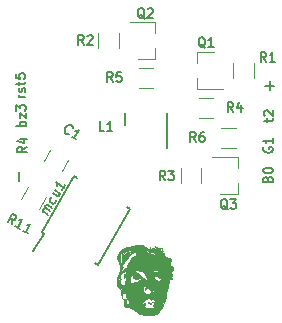
<source format=gto>
%TF.GenerationSoftware,KiCad,Pcbnew,4.0.7-e2-6376~60~ubuntu17.10.1*%
%TF.CreationDate,2017-11-05T00:08:28+01:00*%
%TF.ProjectId,blinker,626C696E6B65722E6B696361645F7063,rev?*%
%TF.FileFunction,Legend,Top*%
%FSLAX46Y46*%
G04 Gerber Fmt 4.6, Leading zero omitted, Abs format (unit mm)*
G04 Created by KiCad (PCBNEW 4.0.7-e2-6376~60~ubuntu17.10.1) date Sun Nov  5 00:08:28 2017*
%MOMM*%
%LPD*%
G01*
G04 APERTURE LIST*
%ADD10C,0.127000*%
%ADD11C,0.120000*%
%ADD12C,0.150000*%
%ADD13C,0.010000*%
%ADD14C,2.300000*%
%ADD15R,1.200000X1.600000*%
%ADD16R,1.000000X0.900000*%
%ADD17R,1.400000X0.800000*%
%ADD18R,0.800000X1.400000*%
G04 APERTURE END LIST*
D10*
D11*
X-8106122Y-1681987D02*
X-8606122Y-2548013D01*
X-7133878Y-3398013D02*
X-6633878Y-2531987D01*
D12*
X1750000Y1500000D02*
X1750000Y-1500000D01*
X-1750000Y500000D02*
X-1750000Y1500000D01*
X-8840900Y-8624070D02*
X-8663365Y-8726570D01*
X-6090900Y-3860930D02*
X-5831092Y-4010930D01*
X-1319100Y-6615930D02*
X-1578908Y-6465930D01*
X-4069100Y-11379070D02*
X-4328908Y-11229070D01*
X-8840900Y-8624070D02*
X-6090900Y-3860930D01*
X-4069100Y-11379070D02*
X-1319100Y-6615930D01*
X-8663365Y-8726570D02*
X-9538365Y-10242114D01*
D11*
X4320000Y6660000D02*
X4320000Y5730000D01*
X4320000Y3500000D02*
X4320000Y4430000D01*
X4320000Y3500000D02*
X6480000Y3500000D01*
X4320000Y6660000D02*
X5780000Y6660000D01*
X760000Y6040000D02*
X760000Y6970000D01*
X760000Y9200000D02*
X760000Y8270000D01*
X760000Y9200000D02*
X-1400000Y9200000D01*
X760000Y6040000D02*
X-700000Y6040000D01*
X7750000Y-5390000D02*
X7750000Y-4460000D01*
X7750000Y-2230000D02*
X7750000Y-3160000D01*
X7750000Y-2230000D02*
X5590000Y-2230000D01*
X7750000Y-5390000D02*
X6290000Y-5390000D01*
X9135000Y5680000D02*
X9135000Y4480000D01*
X7375000Y4480000D02*
X7375000Y5680000D01*
X-4055000Y7020000D02*
X-4055000Y8220000D01*
X-2295000Y8220000D02*
X-2295000Y7020000D01*
X2930000Y-4410000D02*
X2930000Y-3210000D01*
X4690000Y-3210000D02*
X4690000Y-4410000D01*
X5680000Y1025000D02*
X4480000Y1025000D01*
X4480000Y2785000D02*
X5680000Y2785000D01*
X600000Y3565000D02*
X-600000Y3565000D01*
X-600000Y5325000D02*
X600000Y5325000D01*
X6385000Y245000D02*
X7585000Y245000D01*
X7585000Y-1515000D02*
X6385000Y-1515000D01*
X-8462898Y-5635385D02*
X-9062898Y-6674615D01*
X-10587102Y-5794615D02*
X-9987102Y-4755385D01*
D13*
G36*
X-233146Y-9719207D02*
X-168059Y-9767033D01*
X-115333Y-9857129D01*
X-113853Y-9861134D01*
X-69841Y-9982845D01*
X228151Y-9994838D01*
X405601Y-9996800D01*
X527060Y-9984599D01*
X608032Y-9956527D01*
X615454Y-9952201D01*
X669917Y-9926064D01*
X680345Y-9937092D01*
X679162Y-9939126D01*
X681127Y-9988102D01*
X751278Y-10025794D01*
X885907Y-10050803D01*
X997857Y-10059222D01*
X1082957Y-10066201D01*
X1102666Y-10078477D01*
X1070429Y-10097143D01*
X1031218Y-10118514D01*
X1053128Y-10128150D01*
X1111638Y-10130878D01*
X1180968Y-10140984D01*
X1262959Y-10163951D01*
X1339835Y-10192593D01*
X1393819Y-10219723D01*
X1407133Y-10238153D01*
X1386652Y-10242062D01*
X1358629Y-10255306D01*
X1374297Y-10306056D01*
X1383521Y-10323928D01*
X1410129Y-10379071D01*
X1396332Y-10379151D01*
X1366655Y-10355771D01*
X1319824Y-10330235D01*
X1306286Y-10341295D01*
X1330677Y-10378445D01*
X1393031Y-10447915D01*
X1477115Y-10533761D01*
X1566697Y-10620038D01*
X1645545Y-10690799D01*
X1697427Y-10730099D01*
X1705429Y-10733390D01*
X1857343Y-10774041D01*
X1989405Y-10839590D01*
X2085101Y-10919096D01*
X2127920Y-11001619D01*
X2128762Y-11013890D01*
X2116395Y-11057032D01*
X2102684Y-11057548D01*
X2077312Y-11078694D01*
X2042338Y-11150630D01*
X2023974Y-11201300D01*
X1994462Y-11342446D01*
X2014020Y-11434319D01*
X2081893Y-11474378D01*
X2105637Y-11476000D01*
X2174199Y-11510893D01*
X2244469Y-11611009D01*
X2248977Y-11619697D01*
X2302371Y-11733689D01*
X2316770Y-11801584D01*
X2291240Y-11839076D01*
X2234716Y-11859453D01*
X2156363Y-11909939D01*
X2119953Y-11993868D01*
X2134096Y-12082575D01*
X2157927Y-12115111D01*
X2204838Y-12193447D01*
X2206843Y-12271625D01*
X2163425Y-12321974D01*
X2161817Y-12322612D01*
X2126305Y-12369470D01*
X2128308Y-12411646D01*
X2114367Y-12486075D01*
X2034287Y-12575162D01*
X2027799Y-12580680D01*
X1951740Y-12640824D01*
X1908115Y-12656919D01*
X1875434Y-12633483D01*
X1861736Y-12615594D01*
X1825464Y-12578830D01*
X1814286Y-12586665D01*
X1837332Y-12641748D01*
X1856417Y-12664759D01*
X1900300Y-12753926D01*
X1907995Y-12881408D01*
X1878369Y-13021980D01*
X1873119Y-13036286D01*
X1849358Y-13116787D01*
X1816903Y-13252415D01*
X1779377Y-13426775D01*
X1740405Y-13623475D01*
X1724704Y-13707571D01*
X1659017Y-14040766D01*
X1593160Y-14315724D01*
X1522211Y-14546623D01*
X1441247Y-14747643D01*
X1345346Y-14932961D01*
X1241813Y-15098616D01*
X1113180Y-15283056D01*
X1004150Y-15414323D01*
X899197Y-15502748D01*
X782792Y-15558660D01*
X639407Y-15592387D01*
X468776Y-15612847D01*
X310776Y-15626601D01*
X208337Y-15630643D01*
X144861Y-15622985D01*
X103749Y-15601634D01*
X68627Y-15564872D01*
X17087Y-15522025D01*
X-7541Y-15545430D01*
X-4297Y-15621643D01*
X-10762Y-15639673D01*
X-45495Y-15643308D01*
X-119810Y-15630934D01*
X-245020Y-15600933D01*
X-360979Y-15570708D01*
X-565730Y-15502645D01*
X-715409Y-15419073D01*
X-722856Y-15413000D01*
X-181429Y-15413000D01*
X-163286Y-15431143D01*
X-145143Y-15413000D01*
X-163286Y-15394857D01*
X-181429Y-15413000D01*
X-722856Y-15413000D01*
X-761440Y-15381537D01*
X-1000601Y-15204521D01*
X-1275624Y-15065665D01*
X-1561685Y-14976075D01*
X-1723572Y-14951002D01*
X-1792232Y-14938790D01*
X-1824262Y-14904177D01*
X-1834380Y-14825592D01*
X-1835404Y-14787120D01*
X-1842509Y-14686245D01*
X-1856726Y-14619020D01*
X-1862619Y-14608715D01*
X-1882989Y-14559978D01*
X-1884800Y-14497624D01*
X-1868752Y-14457776D01*
X-1859643Y-14455725D01*
X-1798890Y-14452690D01*
X-1799266Y-14447425D01*
X-1734294Y-14447425D01*
X-1716804Y-14481926D01*
X-1689778Y-14570508D01*
X-1692956Y-14625367D01*
X-1695610Y-14677784D01*
X-1658233Y-14710328D01*
X-1565149Y-14736040D01*
X-1558150Y-14737505D01*
X-1516306Y-14721960D01*
X-1471606Y-14693260D01*
X-1434937Y-14660891D01*
X-1431364Y-14648662D01*
X-326572Y-14648662D01*
X-309784Y-14694015D01*
X-263072Y-14687051D01*
X-198665Y-14664859D01*
X-134150Y-14648261D01*
X-91355Y-14641730D01*
X-92106Y-14649739D01*
X-99496Y-14653525D01*
X-125937Y-14691222D01*
X-107291Y-14744641D01*
X-89509Y-14798092D01*
X-126543Y-14813951D01*
X-141725Y-14814286D01*
X-211719Y-14797907D01*
X-235857Y-14778000D01*
X-281842Y-14743206D01*
X-320155Y-14762767D01*
X-326572Y-14791911D01*
X-296171Y-14840650D01*
X-254000Y-14861085D01*
X-194967Y-14902446D01*
X-181429Y-14941771D01*
X-161522Y-14985562D01*
X-122401Y-14980827D01*
X-49986Y-14977996D01*
X-22615Y-14991184D01*
X43517Y-15027047D01*
X144721Y-15049572D01*
X296080Y-15061438D01*
X387930Y-15064076D01*
X514832Y-15060279D01*
X605118Y-15045609D01*
X637138Y-15028540D01*
X639565Y-14970491D01*
X613053Y-14897893D01*
X583626Y-14826871D01*
X598413Y-14783839D01*
X620094Y-14765281D01*
X689369Y-14686044D01*
X692668Y-14612787D01*
X633021Y-14560140D01*
X574524Y-14545277D01*
X528602Y-14520044D01*
X523119Y-14514929D01*
X538979Y-14499281D01*
X609553Y-14489442D01*
X668022Y-14487714D01*
X840139Y-14487714D01*
X732332Y-14397000D01*
X647268Y-14337735D01*
X575041Y-14307343D01*
X564671Y-14306286D01*
X518643Y-14284579D01*
X515234Y-14260929D01*
X503190Y-14219404D01*
X489611Y-14215571D01*
X460324Y-14245306D01*
X456371Y-14278309D01*
X447463Y-14319611D01*
X411013Y-14301080D01*
X368534Y-14239314D01*
X362857Y-14211128D01*
X334157Y-14172650D01*
X266353Y-14162589D01*
X186890Y-14180415D01*
X132184Y-14215571D01*
X71211Y-14260164D01*
X39515Y-14270000D01*
X-14136Y-14295922D01*
X-93960Y-14361568D01*
X-182384Y-14448762D01*
X-261832Y-14539324D01*
X-314732Y-14615077D01*
X-326572Y-14648662D01*
X-1431364Y-14648662D01*
X-1423467Y-14621634D01*
X-1436827Y-14553917D01*
X-1467587Y-14457403D01*
X-1506019Y-14354073D01*
X-1539097Y-14286359D01*
X-1554131Y-14270807D01*
X-1597134Y-14291490D01*
X-1667210Y-14340281D01*
X-1669143Y-14341771D01*
X-1728904Y-14398468D01*
X-1734294Y-14447425D01*
X-1799266Y-14447425D01*
X-1801614Y-14414584D01*
X-1816581Y-14394234D01*
X-1845241Y-14342737D01*
X-1815566Y-14306238D01*
X-1811953Y-14303901D01*
X-1745228Y-14282320D01*
X-1720281Y-14285167D01*
X-1657132Y-14280970D01*
X-1631079Y-14268901D01*
X-1606345Y-14238224D01*
X-1614151Y-14183476D01*
X-1657334Y-14086309D01*
X-1660229Y-14080496D01*
X-1703330Y-13971905D01*
X-1721841Y-13878428D01*
X-1719694Y-13848918D01*
X-1729154Y-13764185D01*
X-1757335Y-13727808D01*
X-1803253Y-13701067D01*
X-1814286Y-13723413D01*
X-1836337Y-13749016D01*
X-1851163Y-13743491D01*
X-1872096Y-13700005D01*
X-1867165Y-13686921D01*
X-1876845Y-13657944D01*
X-1902859Y-13653143D01*
X-1952348Y-13680353D01*
X-1959429Y-13705768D01*
X-1987274Y-13769626D01*
X-2008537Y-13787411D01*
X-2065833Y-13846574D01*
X-2078243Y-13870857D01*
X-2094738Y-13890828D01*
X-2101707Y-13843643D01*
X-2120096Y-13779885D01*
X-2147393Y-13762000D01*
X-2149242Y-13741241D01*
X-2105576Y-13688499D01*
X-2068543Y-13653373D01*
X-2005003Y-13585444D01*
X-1981375Y-13544286D01*
X-1850572Y-13544286D01*
X-1837295Y-13574153D01*
X-1826381Y-13568476D01*
X-1822038Y-13525413D01*
X-1826381Y-13520095D01*
X-1847953Y-13525076D01*
X-1850572Y-13544286D01*
X-1981375Y-13544286D01*
X-1974327Y-13532009D01*
X-1978763Y-13506406D01*
X-2020563Y-13521977D01*
X-2050143Y-13544286D01*
X-2109176Y-13574434D01*
X-2131700Y-13553107D01*
X-2107396Y-13496511D01*
X-2093859Y-13480096D01*
X-281824Y-13480096D01*
X-280094Y-13556052D01*
X-258748Y-13580571D01*
X-222691Y-13610006D01*
X-217714Y-13636733D01*
X-190480Y-13700622D01*
X-125268Y-13776968D01*
X-46811Y-13841706D01*
X20158Y-13870772D01*
X22921Y-13870857D01*
X85940Y-13861932D01*
X187098Y-13839480D01*
X231220Y-13828146D01*
X336245Y-13791898D01*
X394205Y-13742137D01*
X429753Y-13658874D01*
X446108Y-13580339D01*
X516068Y-13580339D01*
X519108Y-13629753D01*
X569310Y-13679648D01*
X640669Y-13683857D01*
X698139Y-13642605D01*
X705022Y-13628558D01*
X701996Y-13554052D01*
X680040Y-13519346D01*
X617561Y-13496753D01*
X554073Y-13523143D01*
X516068Y-13580339D01*
X446108Y-13580339D01*
X451994Y-13552077D01*
X442033Y-13492152D01*
X401852Y-13488557D01*
X394901Y-13492479D01*
X348741Y-13483858D01*
X280184Y-13434552D01*
X265460Y-13420499D01*
X177349Y-13347573D01*
X106444Y-13335931D01*
X33799Y-13387194D01*
X-15111Y-13444500D01*
X-73440Y-13513314D01*
X-101030Y-13527341D01*
X-108223Y-13491619D01*
X-108231Y-13489857D01*
X-91824Y-13406090D01*
X-54205Y-13313352D01*
X-10033Y-13216062D01*
X-9884Y-13164997D01*
X-56797Y-13146493D01*
X-91612Y-13145143D01*
X-173015Y-13169402D01*
X-221797Y-13244928D01*
X-261728Y-13370355D01*
X-281824Y-13480096D01*
X-2093859Y-13480096D01*
X-2092254Y-13478151D01*
X-2040351Y-13408707D01*
X-2049993Y-13373592D01*
X-2125148Y-13362956D01*
X-2138716Y-13362857D01*
X-2222514Y-13351672D01*
X-2267857Y-13326571D01*
X-2264980Y-13293135D01*
X-2251856Y-13290286D01*
X-2215227Y-13262238D01*
X-2213429Y-13250118D01*
X-2228619Y-13235857D01*
X-1850572Y-13235857D01*
X-1832429Y-13254000D01*
X-1814286Y-13235857D01*
X-1832429Y-13217714D01*
X-1850572Y-13235857D01*
X-2228619Y-13235857D01*
X-2239678Y-13225475D01*
X-2266084Y-13230156D01*
X-2348767Y-13229013D01*
X-2418056Y-13163404D01*
X-2425621Y-13145143D01*
X-2267857Y-13145143D01*
X-2266199Y-13178633D01*
X-2253997Y-13181428D01*
X-2202701Y-13154949D01*
X-2195286Y-13145143D01*
X-2196944Y-13111653D01*
X-2209146Y-13108857D01*
X-2260442Y-13135337D01*
X-2267857Y-13145143D01*
X-2425621Y-13145143D01*
X-2468779Y-13040968D01*
X-2493797Y-12893955D01*
X-2501225Y-12759076D01*
X-2493235Y-12691149D01*
X-2478215Y-12684905D01*
X-2455502Y-12674732D01*
X-2458552Y-12618976D01*
X-2452458Y-12541761D01*
X-2421987Y-12425910D01*
X-2356952Y-12425910D01*
X-2352742Y-12548614D01*
X-2330031Y-12662766D01*
X-2291249Y-12747572D01*
X-2238821Y-12782236D01*
X-2236633Y-12782286D01*
X-2223117Y-12800744D01*
X-2242457Y-12825828D01*
X-2282412Y-12884562D01*
X-2272451Y-12917546D01*
X-2227531Y-12912756D01*
X-2185924Y-12909948D01*
X-2190107Y-12945160D01*
X-2184893Y-12992268D01*
X-2157861Y-13000000D01*
X-2110342Y-13022042D01*
X-2104572Y-13040168D01*
X-2077764Y-13063373D01*
X-2041925Y-13056296D01*
X-2012615Y-13053625D01*
X-2035804Y-13091041D01*
X-2066393Y-13124985D01*
X-2118145Y-13187832D01*
X-2117313Y-13214637D01*
X-2096927Y-13217714D01*
X-2038671Y-13189730D01*
X-1977909Y-13122422D01*
X-1977773Y-13122214D01*
X-1924431Y-13061068D01*
X-1889123Y-13068915D01*
X-1888753Y-13069503D01*
X-1852149Y-13088979D01*
X-1813630Y-13047772D01*
X-1780815Y-12957141D01*
X-1768079Y-12891143D01*
X-1751549Y-12786466D01*
X-1727647Y-12645034D01*
X-1707056Y-12528286D01*
X-1703547Y-12500907D01*
X-1397312Y-12500907D01*
X-1375412Y-12550580D01*
X-1350949Y-12622516D01*
X-1353209Y-12724924D01*
X-1361854Y-12812802D01*
X-1356498Y-12864426D01*
X-1354779Y-12866841D01*
X-1301454Y-12882468D01*
X-1199507Y-12887458D01*
X-1071910Y-12883043D01*
X-941637Y-12870456D01*
X-831658Y-12850928D01*
X-784654Y-12836261D01*
X-697986Y-12783653D01*
X-646470Y-12721975D01*
X-643749Y-12713997D01*
X-607522Y-12662542D01*
X-521747Y-12629492D01*
X-457712Y-12617724D01*
X-343236Y-12595377D01*
X-298538Y-12570229D01*
X-320849Y-12537507D01*
X-389735Y-12500497D01*
X-467654Y-12474706D01*
X-532834Y-12491188D01*
X-587554Y-12527711D01*
X-691110Y-12580751D01*
X-797323Y-12599419D01*
X-883104Y-12582707D01*
X-921845Y-12542312D01*
X-970760Y-12500017D01*
X-1016441Y-12502629D01*
X-1075759Y-12501052D01*
X-1091268Y-12479531D01*
X-1101608Y-12396895D01*
X-1119005Y-12310220D01*
X-1136422Y-12252929D01*
X-1140287Y-12246761D01*
X-1178076Y-12251842D01*
X-1238226Y-12286588D01*
X-1290476Y-12330688D01*
X-1306286Y-12358177D01*
X-1329278Y-12405538D01*
X-1361967Y-12444008D01*
X-1397312Y-12500907D01*
X-1703547Y-12500907D01*
X-1688446Y-12383089D01*
X-1683456Y-12246616D01*
X-1690556Y-12165428D01*
X-1706329Y-12044840D01*
X-1707720Y-11933504D01*
X-1707849Y-11922380D01*
X-1019903Y-11922380D01*
X-1003759Y-11949797D01*
X-938934Y-11985520D01*
X-851009Y-12016872D01*
X-728647Y-12069023D01*
X-613170Y-12157560D01*
X-515366Y-12260193D01*
X-425008Y-12356484D01*
X-348291Y-12426213D01*
X-300996Y-12455129D01*
X-299357Y-12455256D01*
X-257222Y-12481020D01*
X-254000Y-12495882D01*
X-227700Y-12520393D01*
X-200734Y-12515610D01*
X-141638Y-12514967D01*
X-124065Y-12561606D01*
X-151612Y-12634017D01*
X-175249Y-12700676D01*
X-166016Y-12735278D01*
X-129239Y-12735721D01*
X-119009Y-12718786D01*
X-82720Y-12676564D01*
X-45637Y-12689335D01*
X-36286Y-12725495D01*
X-24619Y-12795816D01*
X2768Y-12878545D01*
X34457Y-12943916D01*
X55100Y-12963714D01*
X62255Y-12930358D01*
X63365Y-12841508D01*
X58418Y-12713988D01*
X55323Y-12664357D01*
X36428Y-12480572D01*
X6903Y-12353286D01*
X-6621Y-12326573D01*
X580571Y-12326573D01*
X601659Y-12387677D01*
X615272Y-12400306D01*
X635957Y-12447719D01*
X631363Y-12470250D01*
X645690Y-12516843D01*
X691027Y-12539217D01*
X743648Y-12567929D01*
X747714Y-12594616D01*
X757218Y-12633260D01*
X818513Y-12669759D01*
X910928Y-12697976D01*
X1013791Y-12711775D01*
X1106433Y-12705019D01*
X1113495Y-12703211D01*
X1208514Y-12682093D01*
X1276230Y-12675814D01*
X1278844Y-12676085D01*
X1386884Y-12680619D01*
X1432936Y-12662429D01*
X1421119Y-12628728D01*
X1355550Y-12586735D01*
X1240350Y-12543665D01*
X1196326Y-12531510D01*
X1082441Y-12492487D01*
X1006075Y-12447246D01*
X988344Y-12424457D01*
X916292Y-12328553D01*
X790369Y-12280993D01*
X716643Y-12275440D01*
X617912Y-12285350D01*
X581190Y-12319181D01*
X580571Y-12326573D01*
X-6621Y-12326573D01*
X-36903Y-12266762D01*
X-36961Y-12266684D01*
X-80203Y-12195130D01*
X1741714Y-12195130D01*
X1757430Y-12266433D01*
X1778000Y-12292428D01*
X1808482Y-12343608D01*
X1814286Y-12385284D01*
X1827866Y-12443105D01*
X1845812Y-12455714D01*
X1864207Y-12424571D01*
X1864950Y-12349392D01*
X1864663Y-12346857D01*
X1865979Y-12270862D01*
X1886698Y-12238032D01*
X1887566Y-12238000D01*
X1921781Y-12210086D01*
X1923143Y-12199573D01*
X1900703Y-12178370D01*
X1885268Y-12184554D01*
X1829302Y-12184124D01*
X1794553Y-12164109D01*
X1753747Y-12142253D01*
X1741889Y-12182078D01*
X1741714Y-12195130D01*
X-80203Y-12195130D01*
X-86793Y-12184227D01*
X-108802Y-12119486D01*
X-108857Y-12117404D01*
X-136591Y-12068466D01*
X-168099Y-12038429D01*
X1778000Y-12038429D01*
X1796143Y-12056571D01*
X1814286Y-12038429D01*
X1796143Y-12020286D01*
X1778000Y-12038429D01*
X-168099Y-12038429D01*
X-207143Y-12001208D01*
X-255678Y-11964694D01*
X-330237Y-11919571D01*
X597267Y-11919571D01*
X638379Y-11965411D01*
X700160Y-11998428D01*
X756299Y-12000966D01*
X827810Y-11980298D01*
X901442Y-11962672D01*
X1013927Y-11936368D01*
X1067672Y-11915205D01*
X1075145Y-11890315D01*
X1051436Y-11855976D01*
X1002684Y-11823605D01*
X918872Y-11815846D01*
X820563Y-11824627D01*
X707701Y-11843759D01*
X624585Y-11866921D01*
X600664Y-11879515D01*
X597267Y-11919571D01*
X-330237Y-11919571D01*
X-345910Y-11910086D01*
X-439190Y-11876184D01*
X-560213Y-11856333D01*
X-696316Y-11845938D01*
X-848765Y-11840061D01*
X-936621Y-11844542D01*
X-967213Y-11860044D01*
X-964639Y-11870179D01*
X-963123Y-11907067D01*
X-977573Y-11911429D01*
X-1019903Y-11922380D01*
X-1707849Y-11922380D01*
X-1708555Y-11861719D01*
X-1736044Y-11845423D01*
X-1764801Y-11853876D01*
X-1803834Y-11864522D01*
X-1794868Y-11841712D01*
X-1754694Y-11795515D01*
X-1689084Y-11696248D01*
X-1681019Y-11675571D01*
X1560286Y-11675571D01*
X1578429Y-11693714D01*
X1596571Y-11675571D01*
X1578429Y-11657429D01*
X1560286Y-11675571D01*
X-1681019Y-11675571D01*
X-1652942Y-11603589D01*
X-1642116Y-11570733D01*
X1619701Y-11570733D01*
X1635929Y-11624935D01*
X1670470Y-11694475D01*
X1712545Y-11756704D01*
X1742048Y-11784635D01*
X1763249Y-11828109D01*
X1758307Y-11841364D01*
X1763657Y-11872962D01*
X1775858Y-11875143D01*
X1811150Y-11846332D01*
X1814286Y-11827556D01*
X1791275Y-11768321D01*
X1740957Y-11701261D01*
X1689525Y-11636726D01*
X1671107Y-11595541D01*
X1646493Y-11560814D01*
X1632563Y-11554521D01*
X1619701Y-11570733D01*
X-1642116Y-11570733D01*
X-1616877Y-11494143D01*
X1524000Y-11494143D01*
X1542143Y-11512286D01*
X1560286Y-11494143D01*
X1542143Y-11476000D01*
X1524000Y-11494143D01*
X-1616877Y-11494143D01*
X-1605648Y-11460070D01*
X-1548679Y-11330857D01*
X1741714Y-11330857D01*
X1754991Y-11360724D01*
X1765905Y-11355048D01*
X1770247Y-11311985D01*
X1765905Y-11306667D01*
X1744333Y-11311648D01*
X1741714Y-11330857D01*
X-1548679Y-11330857D01*
X-1529854Y-11288162D01*
X-1523742Y-11276428D01*
X1378857Y-11276428D01*
X1397000Y-11294571D01*
X1415143Y-11276428D01*
X1397000Y-11258286D01*
X1378857Y-11276428D01*
X-1523742Y-11276428D01*
X-1438374Y-11112558D01*
X-1378825Y-11014978D01*
X1326152Y-11014978D01*
X1342841Y-11054275D01*
X1377221Y-11093258D01*
X1421865Y-11158727D01*
X1424792Y-11205057D01*
X1424546Y-11205353D01*
X1426028Y-11212705D01*
X1451985Y-11194836D01*
X1538259Y-11194836D01*
X1540920Y-11223505D01*
X1545194Y-11235010D01*
X1577828Y-11279598D01*
X1616474Y-11298494D01*
X1632857Y-11280871D01*
X1608785Y-11249600D01*
X1577598Y-11221311D01*
X1538259Y-11194836D01*
X1451985Y-11194836D01*
X1461708Y-11188143D01*
X1507703Y-11133343D01*
X1513113Y-11098625D01*
X1470169Y-11061105D01*
X1448405Y-11057065D01*
X1407283Y-11032269D01*
X1405636Y-11013014D01*
X1387823Y-10986666D01*
X1358311Y-10992086D01*
X1326152Y-11014978D01*
X-1378825Y-11014978D01*
X-1344025Y-10957955D01*
X-1339795Y-10952447D01*
X1466503Y-10952447D01*
X1488442Y-10987020D01*
X1535690Y-11024128D01*
X1558401Y-11012699D01*
X1543635Y-10970414D01*
X1494273Y-10933628D01*
X1481130Y-10931714D01*
X1466503Y-10952447D01*
X-1339795Y-10952447D01*
X-1282142Y-10877393D01*
X1097931Y-10877393D01*
X1132521Y-10920768D01*
X1163284Y-10931714D01*
X1196749Y-10904343D01*
X1197429Y-10897570D01*
X1173323Y-10851771D01*
X1125989Y-10827660D01*
X1100667Y-10834952D01*
X1097931Y-10877393D01*
X-1282142Y-10877393D01*
X-1263499Y-10853124D01*
X-1150727Y-10751792D01*
X-1111772Y-10724401D01*
X1094420Y-10724401D01*
X1103249Y-10744679D01*
X1139785Y-10783634D01*
X1160790Y-10775643D01*
X1161143Y-10770570D01*
X1153808Y-10761835D01*
X1258202Y-10761835D01*
X1341813Y-10829539D01*
X1410932Y-10872978D01*
X1447357Y-10873840D01*
X1438178Y-10835106D01*
X1420628Y-10811324D01*
X1395846Y-10759234D01*
X1400904Y-10740334D01*
X1388830Y-10731584D01*
X1340261Y-10740376D01*
X1258202Y-10761835D01*
X1153808Y-10761835D01*
X1135370Y-10739879D01*
X1119251Y-10728678D01*
X1094420Y-10724401D01*
X-1111772Y-10724401D01*
X-1020374Y-10660137D01*
X-981645Y-10638189D01*
X-957378Y-10622734D01*
X813015Y-10622734D01*
X816429Y-10641429D01*
X862818Y-10676330D01*
X872999Y-10677714D01*
X906165Y-10650038D01*
X907143Y-10641429D01*
X883136Y-10615544D01*
X949278Y-10615544D01*
X958106Y-10635822D01*
X994642Y-10674776D01*
X1015647Y-10666785D01*
X1016000Y-10661713D01*
X990227Y-10631022D01*
X974108Y-10619821D01*
X949278Y-10615544D01*
X883136Y-10615544D01*
X877608Y-10609584D01*
X850573Y-10605143D01*
X813015Y-10622734D01*
X-957378Y-10622734D01*
X-885476Y-10576942D01*
X-820514Y-10514877D01*
X-807154Y-10489994D01*
X-769783Y-10434482D01*
X-739625Y-10423714D01*
X-691471Y-10411320D01*
X-703579Y-10379939D01*
X-769131Y-10338274D01*
X-825500Y-10314125D01*
X-945115Y-10274789D01*
X-1031818Y-10257825D01*
X-1072016Y-10265161D01*
X-1069880Y-10279460D01*
X-1079463Y-10321661D01*
X-1105653Y-10350262D01*
X-1143524Y-10372253D01*
X-1146720Y-10335542D01*
X-1143622Y-10318087D01*
X-1149363Y-10257767D01*
X-1208584Y-10239339D01*
X-1254084Y-10233636D01*
X-1241841Y-10215935D01*
X-1179286Y-10183157D01*
X-1172614Y-10179605D01*
X6847Y-10179605D01*
X35913Y-10241589D01*
X87502Y-10287331D01*
X186576Y-10340316D01*
X298984Y-10384515D01*
X437209Y-10435851D01*
X563528Y-10491491D01*
X635000Y-10530088D01*
X718258Y-10581386D01*
X765993Y-10598925D01*
X803491Y-10588560D01*
X826729Y-10574472D01*
X854425Y-10523277D01*
X849593Y-10505407D01*
X1247973Y-10505407D01*
X1250634Y-10534076D01*
X1254909Y-10545582D01*
X1287543Y-10590170D01*
X1326189Y-10609065D01*
X1342571Y-10591443D01*
X1318499Y-10560172D01*
X1287312Y-10531882D01*
X1247973Y-10505407D01*
X849593Y-10505407D01*
X837753Y-10461625D01*
X788573Y-10424939D01*
X776261Y-10423714D01*
X730507Y-10403612D01*
X725714Y-10388827D01*
X693311Y-10356778D01*
X610754Y-10322874D01*
X500024Y-10293223D01*
X383100Y-10273932D01*
X298492Y-10270111D01*
X224128Y-10264826D01*
X197861Y-10246193D01*
X199298Y-10242728D01*
X191334Y-10199966D01*
X129956Y-10161356D01*
X63500Y-10143777D01*
X10815Y-10144343D01*
X6847Y-10179605D01*
X-1172614Y-10179605D01*
X-1117098Y-10150050D01*
X-1119248Y-10141335D01*
X-1154938Y-10147171D01*
X-1216161Y-10148666D01*
X-1220950Y-10116218D01*
X-1222466Y-10109238D01*
X-604762Y-10109238D01*
X-599781Y-10130810D01*
X-580572Y-10133428D01*
X-550704Y-10120152D01*
X-556381Y-10109238D01*
X-599444Y-10104895D01*
X-604762Y-10109238D01*
X-1222466Y-10109238D01*
X-1227860Y-10084405D01*
X-1276978Y-10086773D01*
X-1351498Y-10115269D01*
X-1434613Y-10161836D01*
X-1509517Y-10218420D01*
X-1559403Y-10276966D01*
X-1560487Y-10278947D01*
X-1608453Y-10335089D01*
X-1643205Y-10348278D01*
X-1661846Y-10338275D01*
X-1637823Y-10325743D01*
X-1606513Y-10302890D01*
X-1637823Y-10271416D01*
X-1667408Y-10237892D01*
X-1641929Y-10218357D01*
X-1599928Y-10181580D01*
X-1596572Y-10168300D01*
X-1626341Y-10159514D01*
X-1700830Y-10175759D01*
X-1732643Y-10186546D01*
X-1896585Y-10251973D01*
X-2009975Y-10308600D01*
X-2064408Y-10352019D01*
X-2068003Y-10362356D01*
X-2090728Y-10376125D01*
X-2102064Y-10370835D01*
X-2146039Y-10374303D01*
X-2175985Y-10433484D01*
X-2184155Y-10531792D01*
X-2183348Y-10544872D01*
X-2192755Y-10641857D01*
X-2221599Y-10707090D01*
X-2248592Y-10746042D01*
X-2225785Y-10738919D01*
X-2222500Y-10736967D01*
X-2193578Y-10739165D01*
X-2179649Y-10797131D01*
X-2177143Y-10875144D01*
X-2186660Y-10990136D01*
X-2214469Y-11039485D01*
X-2222500Y-11041127D01*
X-2246574Y-11050271D01*
X-2219258Y-11072487D01*
X-2184020Y-11129275D01*
X-2177917Y-11189860D01*
X-2181566Y-11321843D01*
X-2163954Y-11390191D01*
X-2138576Y-11403428D01*
X-2111006Y-11374407D01*
X-2110891Y-11367143D01*
X-2068286Y-11367143D01*
X-2055009Y-11397010D01*
X-2044095Y-11391333D01*
X-2039753Y-11348271D01*
X-2044095Y-11342952D01*
X-2065667Y-11347933D01*
X-2068286Y-11367143D01*
X-2110891Y-11367143D01*
X-2110456Y-11339928D01*
X-2102928Y-11256858D01*
X-2089707Y-11226629D01*
X-2069544Y-11156252D01*
X-2053150Y-11018359D01*
X-2040976Y-10817927D01*
X-2034563Y-10615353D01*
X-2024261Y-10535570D01*
X-1993597Y-10515131D01*
X-1977780Y-10519370D01*
X-1941874Y-10554929D01*
X-1945488Y-10575656D01*
X-1938762Y-10588866D01*
X-1892021Y-10571564D01*
X-1824893Y-10534586D01*
X-1757005Y-10488765D01*
X-1707986Y-10444934D01*
X-1707414Y-10444250D01*
X-1652369Y-10397203D01*
X-1623971Y-10387428D01*
X-1612911Y-10409278D01*
X-1632857Y-10441857D01*
X-1658445Y-10484858D01*
X-1626220Y-10496247D01*
X-1621520Y-10496286D01*
X-1543421Y-10484052D01*
X-1481005Y-10465313D01*
X-1381020Y-10434019D01*
X-1288143Y-10410589D01*
X-1218290Y-10397181D01*
X-1212696Y-10405120D01*
X-1255050Y-10432491D01*
X-1391272Y-10527359D01*
X-1504858Y-10630122D01*
X-1581261Y-10725947D01*
X-1606072Y-10790359D01*
X-1626137Y-10873292D01*
X-1651547Y-10913571D01*
X-1692254Y-10960159D01*
X-1760096Y-11046694D01*
X-1836693Y-11149428D01*
X-1933681Y-11292023D01*
X-2007486Y-11419064D01*
X-2054096Y-11520849D01*
X-2069500Y-11587674D01*
X-2049684Y-11609837D01*
X-2022929Y-11599818D01*
X-1995722Y-11588938D01*
X-2021151Y-11621158D01*
X-2022929Y-11623077D01*
X-2061818Y-11680152D01*
X-2068286Y-11703113D01*
X-2043516Y-11718318D01*
X-2022929Y-11711308D01*
X-2008071Y-11711240D01*
X-2032499Y-11736381D01*
X-2100417Y-11811848D01*
X-2164087Y-11907045D01*
X-2205921Y-11993592D01*
X-2213255Y-12028080D01*
X-2191165Y-12032054D01*
X-2134757Y-11991605D01*
X-2088319Y-11947714D01*
X-1921576Y-11781197D01*
X-1802261Y-11669402D01*
X-1730256Y-11612226D01*
X-1705445Y-11609565D01*
X-1705429Y-11610239D01*
X-1729846Y-11659477D01*
X-1775954Y-11710005D01*
X-1835450Y-11796239D01*
X-1857597Y-11869003D01*
X-1899980Y-11963453D01*
X-1952774Y-12005853D01*
X-2035048Y-12068192D01*
X-2112468Y-12160640D01*
X-2168899Y-12259331D01*
X-2188211Y-12340400D01*
X-2186438Y-12351518D01*
X-2190455Y-12432877D01*
X-2209348Y-12479970D01*
X-2232709Y-12511088D01*
X-2235280Y-12483231D01*
X-2225286Y-12422858D01*
X-2216197Y-12341009D01*
X-2232948Y-12320164D01*
X-2244050Y-12325214D01*
X-2279162Y-12379065D01*
X-2288865Y-12430641D01*
X-2297468Y-12474720D01*
X-2310288Y-12464015D01*
X-2311834Y-12400299D01*
X-2290461Y-12307954D01*
X-2288017Y-12300761D01*
X-2264574Y-12226795D01*
X-2269493Y-12210673D01*
X-2300164Y-12238032D01*
X-2340235Y-12315451D01*
X-2356952Y-12425910D01*
X-2421987Y-12425910D01*
X-2419043Y-12414719D01*
X-2362650Y-12253326D01*
X-2339486Y-12194543D01*
X-2327725Y-12163066D01*
X-2277104Y-12163066D01*
X-2272140Y-12165428D01*
X-2239026Y-12139884D01*
X-2231572Y-12129143D01*
X-2222325Y-12095220D01*
X-2227289Y-12092857D01*
X-2260402Y-12118401D01*
X-2267857Y-12129143D01*
X-2277104Y-12163066D01*
X-2327725Y-12163066D01*
X-2276859Y-12026943D01*
X-2223784Y-11861283D01*
X-2188299Y-11723677D01*
X-2180019Y-11676397D01*
X-2173681Y-11603000D01*
X-2140857Y-11603000D01*
X-2122714Y-11621143D01*
X-2104572Y-11603000D01*
X-2122714Y-11584857D01*
X-2140857Y-11603000D01*
X-2173681Y-11603000D01*
X-2172172Y-11585538D01*
X-2178166Y-11503900D01*
X-2202922Y-11412088D01*
X-2251355Y-11290705D01*
X-2311987Y-11155939D01*
X-2386953Y-10991851D01*
X-2389463Y-10986143D01*
X-2249714Y-10986143D01*
X-2231572Y-11004286D01*
X-2213429Y-10986143D01*
X-2231572Y-10968000D01*
X-2249714Y-10986143D01*
X-2389463Y-10986143D01*
X-2434533Y-10883669D01*
X-2458066Y-10821551D01*
X-2460891Y-10795656D01*
X-2446346Y-10796144D01*
X-2431143Y-10804714D01*
X-2397706Y-10801837D01*
X-2394857Y-10788713D01*
X-2421197Y-10751762D01*
X-2431143Y-10750286D01*
X-2463100Y-10720797D01*
X-2467429Y-10694412D01*
X-2457928Y-10656548D01*
X-2319421Y-10656548D01*
X-2312750Y-10703611D01*
X-2300363Y-10704173D01*
X-2291701Y-10655608D01*
X-2297499Y-10634625D01*
X-2313611Y-10620881D01*
X-2319421Y-10656548D01*
X-2457928Y-10656548D01*
X-2451401Y-10630542D01*
X-2418790Y-10550714D01*
X-2358571Y-10550714D01*
X-2340429Y-10568857D01*
X-2322286Y-10550714D01*
X-2340429Y-10532571D01*
X-2358571Y-10550714D01*
X-2418790Y-10550714D01*
X-2411855Y-10533739D01*
X-2361594Y-10430690D01*
X-2321272Y-10361544D01*
X-2280151Y-10361544D01*
X-2271322Y-10381822D01*
X-2234786Y-10420776D01*
X-2213782Y-10412785D01*
X-2213429Y-10407713D01*
X-2239202Y-10377022D01*
X-2255321Y-10365821D01*
X-2280151Y-10361544D01*
X-2321272Y-10361544D01*
X-2313419Y-10348078D01*
X-2285323Y-10314857D01*
X-2256930Y-10267809D01*
X-2244841Y-10224143D01*
X-2203323Y-10166637D01*
X-2106723Y-10097486D01*
X-2004641Y-10042714D01*
X-1669143Y-10042714D01*
X-1651000Y-10060857D01*
X-1106714Y-10060857D01*
X-1095604Y-10089417D01*
X-1054427Y-10097143D01*
X-994311Y-10082338D01*
X-979714Y-10060857D01*
X-987506Y-10052182D01*
X52023Y-10052182D01*
X87690Y-10057992D01*
X134754Y-10051321D01*
X135315Y-10038934D01*
X86751Y-10030272D01*
X65768Y-10036070D01*
X52023Y-10052182D01*
X-987506Y-10052182D01*
X-1008949Y-10028312D01*
X-1032001Y-10024571D01*
X-1093780Y-10046686D01*
X-1106714Y-10060857D01*
X-1651000Y-10060857D01*
X-1632857Y-10042714D01*
X-1651000Y-10024571D01*
X-1669143Y-10042714D01*
X-2004641Y-10042714D01*
X-1969978Y-10024116D01*
X-1929154Y-10006429D01*
X-1342571Y-10006429D01*
X-1324429Y-10024571D01*
X-1306286Y-10006429D01*
X-1324429Y-9988286D01*
X-1342571Y-10006429D01*
X-1929154Y-10006429D01*
X-1808028Y-9953952D01*
X-1644924Y-9897571D01*
X-1052286Y-9897571D01*
X-1034143Y-9915714D01*
X-1016000Y-9897571D01*
X-1034143Y-9879428D01*
X-1052286Y-9897571D01*
X-1644924Y-9897571D01*
X-1635811Y-9894421D01*
X-1519558Y-9863597D01*
X-1508515Y-9861286D01*
X-1378857Y-9861286D01*
X-1360714Y-9879428D01*
X-1342571Y-9861286D01*
X-1360714Y-9843143D01*
X-1378857Y-9861286D01*
X-1508515Y-9861286D01*
X-1139126Y-9783983D01*
X-814296Y-9730299D01*
X-548178Y-9702894D01*
X-343883Y-9702117D01*
X-233146Y-9719207D01*
X-233146Y-9719207D01*
G37*
X-233146Y-9719207D02*
X-168059Y-9767033D01*
X-115333Y-9857129D01*
X-113853Y-9861134D01*
X-69841Y-9982845D01*
X228151Y-9994838D01*
X405601Y-9996800D01*
X527060Y-9984599D01*
X608032Y-9956527D01*
X615454Y-9952201D01*
X669917Y-9926064D01*
X680345Y-9937092D01*
X679162Y-9939126D01*
X681127Y-9988102D01*
X751278Y-10025794D01*
X885907Y-10050803D01*
X997857Y-10059222D01*
X1082957Y-10066201D01*
X1102666Y-10078477D01*
X1070429Y-10097143D01*
X1031218Y-10118514D01*
X1053128Y-10128150D01*
X1111638Y-10130878D01*
X1180968Y-10140984D01*
X1262959Y-10163951D01*
X1339835Y-10192593D01*
X1393819Y-10219723D01*
X1407133Y-10238153D01*
X1386652Y-10242062D01*
X1358629Y-10255306D01*
X1374297Y-10306056D01*
X1383521Y-10323928D01*
X1410129Y-10379071D01*
X1396332Y-10379151D01*
X1366655Y-10355771D01*
X1319824Y-10330235D01*
X1306286Y-10341295D01*
X1330677Y-10378445D01*
X1393031Y-10447915D01*
X1477115Y-10533761D01*
X1566697Y-10620038D01*
X1645545Y-10690799D01*
X1697427Y-10730099D01*
X1705429Y-10733390D01*
X1857343Y-10774041D01*
X1989405Y-10839590D01*
X2085101Y-10919096D01*
X2127920Y-11001619D01*
X2128762Y-11013890D01*
X2116395Y-11057032D01*
X2102684Y-11057548D01*
X2077312Y-11078694D01*
X2042338Y-11150630D01*
X2023974Y-11201300D01*
X1994462Y-11342446D01*
X2014020Y-11434319D01*
X2081893Y-11474378D01*
X2105637Y-11476000D01*
X2174199Y-11510893D01*
X2244469Y-11611009D01*
X2248977Y-11619697D01*
X2302371Y-11733689D01*
X2316770Y-11801584D01*
X2291240Y-11839076D01*
X2234716Y-11859453D01*
X2156363Y-11909939D01*
X2119953Y-11993868D01*
X2134096Y-12082575D01*
X2157927Y-12115111D01*
X2204838Y-12193447D01*
X2206843Y-12271625D01*
X2163425Y-12321974D01*
X2161817Y-12322612D01*
X2126305Y-12369470D01*
X2128308Y-12411646D01*
X2114367Y-12486075D01*
X2034287Y-12575162D01*
X2027799Y-12580680D01*
X1951740Y-12640824D01*
X1908115Y-12656919D01*
X1875434Y-12633483D01*
X1861736Y-12615594D01*
X1825464Y-12578830D01*
X1814286Y-12586665D01*
X1837332Y-12641748D01*
X1856417Y-12664759D01*
X1900300Y-12753926D01*
X1907995Y-12881408D01*
X1878369Y-13021980D01*
X1873119Y-13036286D01*
X1849358Y-13116787D01*
X1816903Y-13252415D01*
X1779377Y-13426775D01*
X1740405Y-13623475D01*
X1724704Y-13707571D01*
X1659017Y-14040766D01*
X1593160Y-14315724D01*
X1522211Y-14546623D01*
X1441247Y-14747643D01*
X1345346Y-14932961D01*
X1241813Y-15098616D01*
X1113180Y-15283056D01*
X1004150Y-15414323D01*
X899197Y-15502748D01*
X782792Y-15558660D01*
X639407Y-15592387D01*
X468776Y-15612847D01*
X310776Y-15626601D01*
X208337Y-15630643D01*
X144861Y-15622985D01*
X103749Y-15601634D01*
X68627Y-15564872D01*
X17087Y-15522025D01*
X-7541Y-15545430D01*
X-4297Y-15621643D01*
X-10762Y-15639673D01*
X-45495Y-15643308D01*
X-119810Y-15630934D01*
X-245020Y-15600933D01*
X-360979Y-15570708D01*
X-565730Y-15502645D01*
X-715409Y-15419073D01*
X-722856Y-15413000D01*
X-181429Y-15413000D01*
X-163286Y-15431143D01*
X-145143Y-15413000D01*
X-163286Y-15394857D01*
X-181429Y-15413000D01*
X-722856Y-15413000D01*
X-761440Y-15381537D01*
X-1000601Y-15204521D01*
X-1275624Y-15065665D01*
X-1561685Y-14976075D01*
X-1723572Y-14951002D01*
X-1792232Y-14938790D01*
X-1824262Y-14904177D01*
X-1834380Y-14825592D01*
X-1835404Y-14787120D01*
X-1842509Y-14686245D01*
X-1856726Y-14619020D01*
X-1862619Y-14608715D01*
X-1882989Y-14559978D01*
X-1884800Y-14497624D01*
X-1868752Y-14457776D01*
X-1859643Y-14455725D01*
X-1798890Y-14452690D01*
X-1799266Y-14447425D01*
X-1734294Y-14447425D01*
X-1716804Y-14481926D01*
X-1689778Y-14570508D01*
X-1692956Y-14625367D01*
X-1695610Y-14677784D01*
X-1658233Y-14710328D01*
X-1565149Y-14736040D01*
X-1558150Y-14737505D01*
X-1516306Y-14721960D01*
X-1471606Y-14693260D01*
X-1434937Y-14660891D01*
X-1431364Y-14648662D01*
X-326572Y-14648662D01*
X-309784Y-14694015D01*
X-263072Y-14687051D01*
X-198665Y-14664859D01*
X-134150Y-14648261D01*
X-91355Y-14641730D01*
X-92106Y-14649739D01*
X-99496Y-14653525D01*
X-125937Y-14691222D01*
X-107291Y-14744641D01*
X-89509Y-14798092D01*
X-126543Y-14813951D01*
X-141725Y-14814286D01*
X-211719Y-14797907D01*
X-235857Y-14778000D01*
X-281842Y-14743206D01*
X-320155Y-14762767D01*
X-326572Y-14791911D01*
X-296171Y-14840650D01*
X-254000Y-14861085D01*
X-194967Y-14902446D01*
X-181429Y-14941771D01*
X-161522Y-14985562D01*
X-122401Y-14980827D01*
X-49986Y-14977996D01*
X-22615Y-14991184D01*
X43517Y-15027047D01*
X144721Y-15049572D01*
X296080Y-15061438D01*
X387930Y-15064076D01*
X514832Y-15060279D01*
X605118Y-15045609D01*
X637138Y-15028540D01*
X639565Y-14970491D01*
X613053Y-14897893D01*
X583626Y-14826871D01*
X598413Y-14783839D01*
X620094Y-14765281D01*
X689369Y-14686044D01*
X692668Y-14612787D01*
X633021Y-14560140D01*
X574524Y-14545277D01*
X528602Y-14520044D01*
X523119Y-14514929D01*
X538979Y-14499281D01*
X609553Y-14489442D01*
X668022Y-14487714D01*
X840139Y-14487714D01*
X732332Y-14397000D01*
X647268Y-14337735D01*
X575041Y-14307343D01*
X564671Y-14306286D01*
X518643Y-14284579D01*
X515234Y-14260929D01*
X503190Y-14219404D01*
X489611Y-14215571D01*
X460324Y-14245306D01*
X456371Y-14278309D01*
X447463Y-14319611D01*
X411013Y-14301080D01*
X368534Y-14239314D01*
X362857Y-14211128D01*
X334157Y-14172650D01*
X266353Y-14162589D01*
X186890Y-14180415D01*
X132184Y-14215571D01*
X71211Y-14260164D01*
X39515Y-14270000D01*
X-14136Y-14295922D01*
X-93960Y-14361568D01*
X-182384Y-14448762D01*
X-261832Y-14539324D01*
X-314732Y-14615077D01*
X-326572Y-14648662D01*
X-1431364Y-14648662D01*
X-1423467Y-14621634D01*
X-1436827Y-14553917D01*
X-1467587Y-14457403D01*
X-1506019Y-14354073D01*
X-1539097Y-14286359D01*
X-1554131Y-14270807D01*
X-1597134Y-14291490D01*
X-1667210Y-14340281D01*
X-1669143Y-14341771D01*
X-1728904Y-14398468D01*
X-1734294Y-14447425D01*
X-1799266Y-14447425D01*
X-1801614Y-14414584D01*
X-1816581Y-14394234D01*
X-1845241Y-14342737D01*
X-1815566Y-14306238D01*
X-1811953Y-14303901D01*
X-1745228Y-14282320D01*
X-1720281Y-14285167D01*
X-1657132Y-14280970D01*
X-1631079Y-14268901D01*
X-1606345Y-14238224D01*
X-1614151Y-14183476D01*
X-1657334Y-14086309D01*
X-1660229Y-14080496D01*
X-1703330Y-13971905D01*
X-1721841Y-13878428D01*
X-1719694Y-13848918D01*
X-1729154Y-13764185D01*
X-1757335Y-13727808D01*
X-1803253Y-13701067D01*
X-1814286Y-13723413D01*
X-1836337Y-13749016D01*
X-1851163Y-13743491D01*
X-1872096Y-13700005D01*
X-1867165Y-13686921D01*
X-1876845Y-13657944D01*
X-1902859Y-13653143D01*
X-1952348Y-13680353D01*
X-1959429Y-13705768D01*
X-1987274Y-13769626D01*
X-2008537Y-13787411D01*
X-2065833Y-13846574D01*
X-2078243Y-13870857D01*
X-2094738Y-13890828D01*
X-2101707Y-13843643D01*
X-2120096Y-13779885D01*
X-2147393Y-13762000D01*
X-2149242Y-13741241D01*
X-2105576Y-13688499D01*
X-2068543Y-13653373D01*
X-2005003Y-13585444D01*
X-1981375Y-13544286D01*
X-1850572Y-13544286D01*
X-1837295Y-13574153D01*
X-1826381Y-13568476D01*
X-1822038Y-13525413D01*
X-1826381Y-13520095D01*
X-1847953Y-13525076D01*
X-1850572Y-13544286D01*
X-1981375Y-13544286D01*
X-1974327Y-13532009D01*
X-1978763Y-13506406D01*
X-2020563Y-13521977D01*
X-2050143Y-13544286D01*
X-2109176Y-13574434D01*
X-2131700Y-13553107D01*
X-2107396Y-13496511D01*
X-2093859Y-13480096D01*
X-281824Y-13480096D01*
X-280094Y-13556052D01*
X-258748Y-13580571D01*
X-222691Y-13610006D01*
X-217714Y-13636733D01*
X-190480Y-13700622D01*
X-125268Y-13776968D01*
X-46811Y-13841706D01*
X20158Y-13870772D01*
X22921Y-13870857D01*
X85940Y-13861932D01*
X187098Y-13839480D01*
X231220Y-13828146D01*
X336245Y-13791898D01*
X394205Y-13742137D01*
X429753Y-13658874D01*
X446108Y-13580339D01*
X516068Y-13580339D01*
X519108Y-13629753D01*
X569310Y-13679648D01*
X640669Y-13683857D01*
X698139Y-13642605D01*
X705022Y-13628558D01*
X701996Y-13554052D01*
X680040Y-13519346D01*
X617561Y-13496753D01*
X554073Y-13523143D01*
X516068Y-13580339D01*
X446108Y-13580339D01*
X451994Y-13552077D01*
X442033Y-13492152D01*
X401852Y-13488557D01*
X394901Y-13492479D01*
X348741Y-13483858D01*
X280184Y-13434552D01*
X265460Y-13420499D01*
X177349Y-13347573D01*
X106444Y-13335931D01*
X33799Y-13387194D01*
X-15111Y-13444500D01*
X-73440Y-13513314D01*
X-101030Y-13527341D01*
X-108223Y-13491619D01*
X-108231Y-13489857D01*
X-91824Y-13406090D01*
X-54205Y-13313352D01*
X-10033Y-13216062D01*
X-9884Y-13164997D01*
X-56797Y-13146493D01*
X-91612Y-13145143D01*
X-173015Y-13169402D01*
X-221797Y-13244928D01*
X-261728Y-13370355D01*
X-281824Y-13480096D01*
X-2093859Y-13480096D01*
X-2092254Y-13478151D01*
X-2040351Y-13408707D01*
X-2049993Y-13373592D01*
X-2125148Y-13362956D01*
X-2138716Y-13362857D01*
X-2222514Y-13351672D01*
X-2267857Y-13326571D01*
X-2264980Y-13293135D01*
X-2251856Y-13290286D01*
X-2215227Y-13262238D01*
X-2213429Y-13250118D01*
X-2228619Y-13235857D01*
X-1850572Y-13235857D01*
X-1832429Y-13254000D01*
X-1814286Y-13235857D01*
X-1832429Y-13217714D01*
X-1850572Y-13235857D01*
X-2228619Y-13235857D01*
X-2239678Y-13225475D01*
X-2266084Y-13230156D01*
X-2348767Y-13229013D01*
X-2418056Y-13163404D01*
X-2425621Y-13145143D01*
X-2267857Y-13145143D01*
X-2266199Y-13178633D01*
X-2253997Y-13181428D01*
X-2202701Y-13154949D01*
X-2195286Y-13145143D01*
X-2196944Y-13111653D01*
X-2209146Y-13108857D01*
X-2260442Y-13135337D01*
X-2267857Y-13145143D01*
X-2425621Y-13145143D01*
X-2468779Y-13040968D01*
X-2493797Y-12893955D01*
X-2501225Y-12759076D01*
X-2493235Y-12691149D01*
X-2478215Y-12684905D01*
X-2455502Y-12674732D01*
X-2458552Y-12618976D01*
X-2452458Y-12541761D01*
X-2421987Y-12425910D01*
X-2356952Y-12425910D01*
X-2352742Y-12548614D01*
X-2330031Y-12662766D01*
X-2291249Y-12747572D01*
X-2238821Y-12782236D01*
X-2236633Y-12782286D01*
X-2223117Y-12800744D01*
X-2242457Y-12825828D01*
X-2282412Y-12884562D01*
X-2272451Y-12917546D01*
X-2227531Y-12912756D01*
X-2185924Y-12909948D01*
X-2190107Y-12945160D01*
X-2184893Y-12992268D01*
X-2157861Y-13000000D01*
X-2110342Y-13022042D01*
X-2104572Y-13040168D01*
X-2077764Y-13063373D01*
X-2041925Y-13056296D01*
X-2012615Y-13053625D01*
X-2035804Y-13091041D01*
X-2066393Y-13124985D01*
X-2118145Y-13187832D01*
X-2117313Y-13214637D01*
X-2096927Y-13217714D01*
X-2038671Y-13189730D01*
X-1977909Y-13122422D01*
X-1977773Y-13122214D01*
X-1924431Y-13061068D01*
X-1889123Y-13068915D01*
X-1888753Y-13069503D01*
X-1852149Y-13088979D01*
X-1813630Y-13047772D01*
X-1780815Y-12957141D01*
X-1768079Y-12891143D01*
X-1751549Y-12786466D01*
X-1727647Y-12645034D01*
X-1707056Y-12528286D01*
X-1703547Y-12500907D01*
X-1397312Y-12500907D01*
X-1375412Y-12550580D01*
X-1350949Y-12622516D01*
X-1353209Y-12724924D01*
X-1361854Y-12812802D01*
X-1356498Y-12864426D01*
X-1354779Y-12866841D01*
X-1301454Y-12882468D01*
X-1199507Y-12887458D01*
X-1071910Y-12883043D01*
X-941637Y-12870456D01*
X-831658Y-12850928D01*
X-784654Y-12836261D01*
X-697986Y-12783653D01*
X-646470Y-12721975D01*
X-643749Y-12713997D01*
X-607522Y-12662542D01*
X-521747Y-12629492D01*
X-457712Y-12617724D01*
X-343236Y-12595377D01*
X-298538Y-12570229D01*
X-320849Y-12537507D01*
X-389735Y-12500497D01*
X-467654Y-12474706D01*
X-532834Y-12491188D01*
X-587554Y-12527711D01*
X-691110Y-12580751D01*
X-797323Y-12599419D01*
X-883104Y-12582707D01*
X-921845Y-12542312D01*
X-970760Y-12500017D01*
X-1016441Y-12502629D01*
X-1075759Y-12501052D01*
X-1091268Y-12479531D01*
X-1101608Y-12396895D01*
X-1119005Y-12310220D01*
X-1136422Y-12252929D01*
X-1140287Y-12246761D01*
X-1178076Y-12251842D01*
X-1238226Y-12286588D01*
X-1290476Y-12330688D01*
X-1306286Y-12358177D01*
X-1329278Y-12405538D01*
X-1361967Y-12444008D01*
X-1397312Y-12500907D01*
X-1703547Y-12500907D01*
X-1688446Y-12383089D01*
X-1683456Y-12246616D01*
X-1690556Y-12165428D01*
X-1706329Y-12044840D01*
X-1707720Y-11933504D01*
X-1707849Y-11922380D01*
X-1019903Y-11922380D01*
X-1003759Y-11949797D01*
X-938934Y-11985520D01*
X-851009Y-12016872D01*
X-728647Y-12069023D01*
X-613170Y-12157560D01*
X-515366Y-12260193D01*
X-425008Y-12356484D01*
X-348291Y-12426213D01*
X-300996Y-12455129D01*
X-299357Y-12455256D01*
X-257222Y-12481020D01*
X-254000Y-12495882D01*
X-227700Y-12520393D01*
X-200734Y-12515610D01*
X-141638Y-12514967D01*
X-124065Y-12561606D01*
X-151612Y-12634017D01*
X-175249Y-12700676D01*
X-166016Y-12735278D01*
X-129239Y-12735721D01*
X-119009Y-12718786D01*
X-82720Y-12676564D01*
X-45637Y-12689335D01*
X-36286Y-12725495D01*
X-24619Y-12795816D01*
X2768Y-12878545D01*
X34457Y-12943916D01*
X55100Y-12963714D01*
X62255Y-12930358D01*
X63365Y-12841508D01*
X58418Y-12713988D01*
X55323Y-12664357D01*
X36428Y-12480572D01*
X6903Y-12353286D01*
X-6621Y-12326573D01*
X580571Y-12326573D01*
X601659Y-12387677D01*
X615272Y-12400306D01*
X635957Y-12447719D01*
X631363Y-12470250D01*
X645690Y-12516843D01*
X691027Y-12539217D01*
X743648Y-12567929D01*
X747714Y-12594616D01*
X757218Y-12633260D01*
X818513Y-12669759D01*
X910928Y-12697976D01*
X1013791Y-12711775D01*
X1106433Y-12705019D01*
X1113495Y-12703211D01*
X1208514Y-12682093D01*
X1276230Y-12675814D01*
X1278844Y-12676085D01*
X1386884Y-12680619D01*
X1432936Y-12662429D01*
X1421119Y-12628728D01*
X1355550Y-12586735D01*
X1240350Y-12543665D01*
X1196326Y-12531510D01*
X1082441Y-12492487D01*
X1006075Y-12447246D01*
X988344Y-12424457D01*
X916292Y-12328553D01*
X790369Y-12280993D01*
X716643Y-12275440D01*
X617912Y-12285350D01*
X581190Y-12319181D01*
X580571Y-12326573D01*
X-6621Y-12326573D01*
X-36903Y-12266762D01*
X-36961Y-12266684D01*
X-80203Y-12195130D01*
X1741714Y-12195130D01*
X1757430Y-12266433D01*
X1778000Y-12292428D01*
X1808482Y-12343608D01*
X1814286Y-12385284D01*
X1827866Y-12443105D01*
X1845812Y-12455714D01*
X1864207Y-12424571D01*
X1864950Y-12349392D01*
X1864663Y-12346857D01*
X1865979Y-12270862D01*
X1886698Y-12238032D01*
X1887566Y-12238000D01*
X1921781Y-12210086D01*
X1923143Y-12199573D01*
X1900703Y-12178370D01*
X1885268Y-12184554D01*
X1829302Y-12184124D01*
X1794553Y-12164109D01*
X1753747Y-12142253D01*
X1741889Y-12182078D01*
X1741714Y-12195130D01*
X-80203Y-12195130D01*
X-86793Y-12184227D01*
X-108802Y-12119486D01*
X-108857Y-12117404D01*
X-136591Y-12068466D01*
X-168099Y-12038429D01*
X1778000Y-12038429D01*
X1796143Y-12056571D01*
X1814286Y-12038429D01*
X1796143Y-12020286D01*
X1778000Y-12038429D01*
X-168099Y-12038429D01*
X-207143Y-12001208D01*
X-255678Y-11964694D01*
X-330237Y-11919571D01*
X597267Y-11919571D01*
X638379Y-11965411D01*
X700160Y-11998428D01*
X756299Y-12000966D01*
X827810Y-11980298D01*
X901442Y-11962672D01*
X1013927Y-11936368D01*
X1067672Y-11915205D01*
X1075145Y-11890315D01*
X1051436Y-11855976D01*
X1002684Y-11823605D01*
X918872Y-11815846D01*
X820563Y-11824627D01*
X707701Y-11843759D01*
X624585Y-11866921D01*
X600664Y-11879515D01*
X597267Y-11919571D01*
X-330237Y-11919571D01*
X-345910Y-11910086D01*
X-439190Y-11876184D01*
X-560213Y-11856333D01*
X-696316Y-11845938D01*
X-848765Y-11840061D01*
X-936621Y-11844542D01*
X-967213Y-11860044D01*
X-964639Y-11870179D01*
X-963123Y-11907067D01*
X-977573Y-11911429D01*
X-1019903Y-11922380D01*
X-1707849Y-11922380D01*
X-1708555Y-11861719D01*
X-1736044Y-11845423D01*
X-1764801Y-11853876D01*
X-1803834Y-11864522D01*
X-1794868Y-11841712D01*
X-1754694Y-11795515D01*
X-1689084Y-11696248D01*
X-1681019Y-11675571D01*
X1560286Y-11675571D01*
X1578429Y-11693714D01*
X1596571Y-11675571D01*
X1578429Y-11657429D01*
X1560286Y-11675571D01*
X-1681019Y-11675571D01*
X-1652942Y-11603589D01*
X-1642116Y-11570733D01*
X1619701Y-11570733D01*
X1635929Y-11624935D01*
X1670470Y-11694475D01*
X1712545Y-11756704D01*
X1742048Y-11784635D01*
X1763249Y-11828109D01*
X1758307Y-11841364D01*
X1763657Y-11872962D01*
X1775858Y-11875143D01*
X1811150Y-11846332D01*
X1814286Y-11827556D01*
X1791275Y-11768321D01*
X1740957Y-11701261D01*
X1689525Y-11636726D01*
X1671107Y-11595541D01*
X1646493Y-11560814D01*
X1632563Y-11554521D01*
X1619701Y-11570733D01*
X-1642116Y-11570733D01*
X-1616877Y-11494143D01*
X1524000Y-11494143D01*
X1542143Y-11512286D01*
X1560286Y-11494143D01*
X1542143Y-11476000D01*
X1524000Y-11494143D01*
X-1616877Y-11494143D01*
X-1605648Y-11460070D01*
X-1548679Y-11330857D01*
X1741714Y-11330857D01*
X1754991Y-11360724D01*
X1765905Y-11355048D01*
X1770247Y-11311985D01*
X1765905Y-11306667D01*
X1744333Y-11311648D01*
X1741714Y-11330857D01*
X-1548679Y-11330857D01*
X-1529854Y-11288162D01*
X-1523742Y-11276428D01*
X1378857Y-11276428D01*
X1397000Y-11294571D01*
X1415143Y-11276428D01*
X1397000Y-11258286D01*
X1378857Y-11276428D01*
X-1523742Y-11276428D01*
X-1438374Y-11112558D01*
X-1378825Y-11014978D01*
X1326152Y-11014978D01*
X1342841Y-11054275D01*
X1377221Y-11093258D01*
X1421865Y-11158727D01*
X1424792Y-11205057D01*
X1424546Y-11205353D01*
X1426028Y-11212705D01*
X1451985Y-11194836D01*
X1538259Y-11194836D01*
X1540920Y-11223505D01*
X1545194Y-11235010D01*
X1577828Y-11279598D01*
X1616474Y-11298494D01*
X1632857Y-11280871D01*
X1608785Y-11249600D01*
X1577598Y-11221311D01*
X1538259Y-11194836D01*
X1451985Y-11194836D01*
X1461708Y-11188143D01*
X1507703Y-11133343D01*
X1513113Y-11098625D01*
X1470169Y-11061105D01*
X1448405Y-11057065D01*
X1407283Y-11032269D01*
X1405636Y-11013014D01*
X1387823Y-10986666D01*
X1358311Y-10992086D01*
X1326152Y-11014978D01*
X-1378825Y-11014978D01*
X-1344025Y-10957955D01*
X-1339795Y-10952447D01*
X1466503Y-10952447D01*
X1488442Y-10987020D01*
X1535690Y-11024128D01*
X1558401Y-11012699D01*
X1543635Y-10970414D01*
X1494273Y-10933628D01*
X1481130Y-10931714D01*
X1466503Y-10952447D01*
X-1339795Y-10952447D01*
X-1282142Y-10877393D01*
X1097931Y-10877393D01*
X1132521Y-10920768D01*
X1163284Y-10931714D01*
X1196749Y-10904343D01*
X1197429Y-10897570D01*
X1173323Y-10851771D01*
X1125989Y-10827660D01*
X1100667Y-10834952D01*
X1097931Y-10877393D01*
X-1282142Y-10877393D01*
X-1263499Y-10853124D01*
X-1150727Y-10751792D01*
X-1111772Y-10724401D01*
X1094420Y-10724401D01*
X1103249Y-10744679D01*
X1139785Y-10783634D01*
X1160790Y-10775643D01*
X1161143Y-10770570D01*
X1153808Y-10761835D01*
X1258202Y-10761835D01*
X1341813Y-10829539D01*
X1410932Y-10872978D01*
X1447357Y-10873840D01*
X1438178Y-10835106D01*
X1420628Y-10811324D01*
X1395846Y-10759234D01*
X1400904Y-10740334D01*
X1388830Y-10731584D01*
X1340261Y-10740376D01*
X1258202Y-10761835D01*
X1153808Y-10761835D01*
X1135370Y-10739879D01*
X1119251Y-10728678D01*
X1094420Y-10724401D01*
X-1111772Y-10724401D01*
X-1020374Y-10660137D01*
X-981645Y-10638189D01*
X-957378Y-10622734D01*
X813015Y-10622734D01*
X816429Y-10641429D01*
X862818Y-10676330D01*
X872999Y-10677714D01*
X906165Y-10650038D01*
X907143Y-10641429D01*
X883136Y-10615544D01*
X949278Y-10615544D01*
X958106Y-10635822D01*
X994642Y-10674776D01*
X1015647Y-10666785D01*
X1016000Y-10661713D01*
X990227Y-10631022D01*
X974108Y-10619821D01*
X949278Y-10615544D01*
X883136Y-10615544D01*
X877608Y-10609584D01*
X850573Y-10605143D01*
X813015Y-10622734D01*
X-957378Y-10622734D01*
X-885476Y-10576942D01*
X-820514Y-10514877D01*
X-807154Y-10489994D01*
X-769783Y-10434482D01*
X-739625Y-10423714D01*
X-691471Y-10411320D01*
X-703579Y-10379939D01*
X-769131Y-10338274D01*
X-825500Y-10314125D01*
X-945115Y-10274789D01*
X-1031818Y-10257825D01*
X-1072016Y-10265161D01*
X-1069880Y-10279460D01*
X-1079463Y-10321661D01*
X-1105653Y-10350262D01*
X-1143524Y-10372253D01*
X-1146720Y-10335542D01*
X-1143622Y-10318087D01*
X-1149363Y-10257767D01*
X-1208584Y-10239339D01*
X-1254084Y-10233636D01*
X-1241841Y-10215935D01*
X-1179286Y-10183157D01*
X-1172614Y-10179605D01*
X6847Y-10179605D01*
X35913Y-10241589D01*
X87502Y-10287331D01*
X186576Y-10340316D01*
X298984Y-10384515D01*
X437209Y-10435851D01*
X563528Y-10491491D01*
X635000Y-10530088D01*
X718258Y-10581386D01*
X765993Y-10598925D01*
X803491Y-10588560D01*
X826729Y-10574472D01*
X854425Y-10523277D01*
X849593Y-10505407D01*
X1247973Y-10505407D01*
X1250634Y-10534076D01*
X1254909Y-10545582D01*
X1287543Y-10590170D01*
X1326189Y-10609065D01*
X1342571Y-10591443D01*
X1318499Y-10560172D01*
X1287312Y-10531882D01*
X1247973Y-10505407D01*
X849593Y-10505407D01*
X837753Y-10461625D01*
X788573Y-10424939D01*
X776261Y-10423714D01*
X730507Y-10403612D01*
X725714Y-10388827D01*
X693311Y-10356778D01*
X610754Y-10322874D01*
X500024Y-10293223D01*
X383100Y-10273932D01*
X298492Y-10270111D01*
X224128Y-10264826D01*
X197861Y-10246193D01*
X199298Y-10242728D01*
X191334Y-10199966D01*
X129956Y-10161356D01*
X63500Y-10143777D01*
X10815Y-10144343D01*
X6847Y-10179605D01*
X-1172614Y-10179605D01*
X-1117098Y-10150050D01*
X-1119248Y-10141335D01*
X-1154938Y-10147171D01*
X-1216161Y-10148666D01*
X-1220950Y-10116218D01*
X-1222466Y-10109238D01*
X-604762Y-10109238D01*
X-599781Y-10130810D01*
X-580572Y-10133428D01*
X-550704Y-10120152D01*
X-556381Y-10109238D01*
X-599444Y-10104895D01*
X-604762Y-10109238D01*
X-1222466Y-10109238D01*
X-1227860Y-10084405D01*
X-1276978Y-10086773D01*
X-1351498Y-10115269D01*
X-1434613Y-10161836D01*
X-1509517Y-10218420D01*
X-1559403Y-10276966D01*
X-1560487Y-10278947D01*
X-1608453Y-10335089D01*
X-1643205Y-10348278D01*
X-1661846Y-10338275D01*
X-1637823Y-10325743D01*
X-1606513Y-10302890D01*
X-1637823Y-10271416D01*
X-1667408Y-10237892D01*
X-1641929Y-10218357D01*
X-1599928Y-10181580D01*
X-1596572Y-10168300D01*
X-1626341Y-10159514D01*
X-1700830Y-10175759D01*
X-1732643Y-10186546D01*
X-1896585Y-10251973D01*
X-2009975Y-10308600D01*
X-2064408Y-10352019D01*
X-2068003Y-10362356D01*
X-2090728Y-10376125D01*
X-2102064Y-10370835D01*
X-2146039Y-10374303D01*
X-2175985Y-10433484D01*
X-2184155Y-10531792D01*
X-2183348Y-10544872D01*
X-2192755Y-10641857D01*
X-2221599Y-10707090D01*
X-2248592Y-10746042D01*
X-2225785Y-10738919D01*
X-2222500Y-10736967D01*
X-2193578Y-10739165D01*
X-2179649Y-10797131D01*
X-2177143Y-10875144D01*
X-2186660Y-10990136D01*
X-2214469Y-11039485D01*
X-2222500Y-11041127D01*
X-2246574Y-11050271D01*
X-2219258Y-11072487D01*
X-2184020Y-11129275D01*
X-2177917Y-11189860D01*
X-2181566Y-11321843D01*
X-2163954Y-11390191D01*
X-2138576Y-11403428D01*
X-2111006Y-11374407D01*
X-2110891Y-11367143D01*
X-2068286Y-11367143D01*
X-2055009Y-11397010D01*
X-2044095Y-11391333D01*
X-2039753Y-11348271D01*
X-2044095Y-11342952D01*
X-2065667Y-11347933D01*
X-2068286Y-11367143D01*
X-2110891Y-11367143D01*
X-2110456Y-11339928D01*
X-2102928Y-11256858D01*
X-2089707Y-11226629D01*
X-2069544Y-11156252D01*
X-2053150Y-11018359D01*
X-2040976Y-10817927D01*
X-2034563Y-10615353D01*
X-2024261Y-10535570D01*
X-1993597Y-10515131D01*
X-1977780Y-10519370D01*
X-1941874Y-10554929D01*
X-1945488Y-10575656D01*
X-1938762Y-10588866D01*
X-1892021Y-10571564D01*
X-1824893Y-10534586D01*
X-1757005Y-10488765D01*
X-1707986Y-10444934D01*
X-1707414Y-10444250D01*
X-1652369Y-10397203D01*
X-1623971Y-10387428D01*
X-1612911Y-10409278D01*
X-1632857Y-10441857D01*
X-1658445Y-10484858D01*
X-1626220Y-10496247D01*
X-1621520Y-10496286D01*
X-1543421Y-10484052D01*
X-1481005Y-10465313D01*
X-1381020Y-10434019D01*
X-1288143Y-10410589D01*
X-1218290Y-10397181D01*
X-1212696Y-10405120D01*
X-1255050Y-10432491D01*
X-1391272Y-10527359D01*
X-1504858Y-10630122D01*
X-1581261Y-10725947D01*
X-1606072Y-10790359D01*
X-1626137Y-10873292D01*
X-1651547Y-10913571D01*
X-1692254Y-10960159D01*
X-1760096Y-11046694D01*
X-1836693Y-11149428D01*
X-1933681Y-11292023D01*
X-2007486Y-11419064D01*
X-2054096Y-11520849D01*
X-2069500Y-11587674D01*
X-2049684Y-11609837D01*
X-2022929Y-11599818D01*
X-1995722Y-11588938D01*
X-2021151Y-11621158D01*
X-2022929Y-11623077D01*
X-2061818Y-11680152D01*
X-2068286Y-11703113D01*
X-2043516Y-11718318D01*
X-2022929Y-11711308D01*
X-2008071Y-11711240D01*
X-2032499Y-11736381D01*
X-2100417Y-11811848D01*
X-2164087Y-11907045D01*
X-2205921Y-11993592D01*
X-2213255Y-12028080D01*
X-2191165Y-12032054D01*
X-2134757Y-11991605D01*
X-2088319Y-11947714D01*
X-1921576Y-11781197D01*
X-1802261Y-11669402D01*
X-1730256Y-11612226D01*
X-1705445Y-11609565D01*
X-1705429Y-11610239D01*
X-1729846Y-11659477D01*
X-1775954Y-11710005D01*
X-1835450Y-11796239D01*
X-1857597Y-11869003D01*
X-1899980Y-11963453D01*
X-1952774Y-12005853D01*
X-2035048Y-12068192D01*
X-2112468Y-12160640D01*
X-2168899Y-12259331D01*
X-2188211Y-12340400D01*
X-2186438Y-12351518D01*
X-2190455Y-12432877D01*
X-2209348Y-12479970D01*
X-2232709Y-12511088D01*
X-2235280Y-12483231D01*
X-2225286Y-12422858D01*
X-2216197Y-12341009D01*
X-2232948Y-12320164D01*
X-2244050Y-12325214D01*
X-2279162Y-12379065D01*
X-2288865Y-12430641D01*
X-2297468Y-12474720D01*
X-2310288Y-12464015D01*
X-2311834Y-12400299D01*
X-2290461Y-12307954D01*
X-2288017Y-12300761D01*
X-2264574Y-12226795D01*
X-2269493Y-12210673D01*
X-2300164Y-12238032D01*
X-2340235Y-12315451D01*
X-2356952Y-12425910D01*
X-2421987Y-12425910D01*
X-2419043Y-12414719D01*
X-2362650Y-12253326D01*
X-2339486Y-12194543D01*
X-2327725Y-12163066D01*
X-2277104Y-12163066D01*
X-2272140Y-12165428D01*
X-2239026Y-12139884D01*
X-2231572Y-12129143D01*
X-2222325Y-12095220D01*
X-2227289Y-12092857D01*
X-2260402Y-12118401D01*
X-2267857Y-12129143D01*
X-2277104Y-12163066D01*
X-2327725Y-12163066D01*
X-2276859Y-12026943D01*
X-2223784Y-11861283D01*
X-2188299Y-11723677D01*
X-2180019Y-11676397D01*
X-2173681Y-11603000D01*
X-2140857Y-11603000D01*
X-2122714Y-11621143D01*
X-2104572Y-11603000D01*
X-2122714Y-11584857D01*
X-2140857Y-11603000D01*
X-2173681Y-11603000D01*
X-2172172Y-11585538D01*
X-2178166Y-11503900D01*
X-2202922Y-11412088D01*
X-2251355Y-11290705D01*
X-2311987Y-11155939D01*
X-2386953Y-10991851D01*
X-2389463Y-10986143D01*
X-2249714Y-10986143D01*
X-2231572Y-11004286D01*
X-2213429Y-10986143D01*
X-2231572Y-10968000D01*
X-2249714Y-10986143D01*
X-2389463Y-10986143D01*
X-2434533Y-10883669D01*
X-2458066Y-10821551D01*
X-2460891Y-10795656D01*
X-2446346Y-10796144D01*
X-2431143Y-10804714D01*
X-2397706Y-10801837D01*
X-2394857Y-10788713D01*
X-2421197Y-10751762D01*
X-2431143Y-10750286D01*
X-2463100Y-10720797D01*
X-2467429Y-10694412D01*
X-2457928Y-10656548D01*
X-2319421Y-10656548D01*
X-2312750Y-10703611D01*
X-2300363Y-10704173D01*
X-2291701Y-10655608D01*
X-2297499Y-10634625D01*
X-2313611Y-10620881D01*
X-2319421Y-10656548D01*
X-2457928Y-10656548D01*
X-2451401Y-10630542D01*
X-2418790Y-10550714D01*
X-2358571Y-10550714D01*
X-2340429Y-10568857D01*
X-2322286Y-10550714D01*
X-2340429Y-10532571D01*
X-2358571Y-10550714D01*
X-2418790Y-10550714D01*
X-2411855Y-10533739D01*
X-2361594Y-10430690D01*
X-2321272Y-10361544D01*
X-2280151Y-10361544D01*
X-2271322Y-10381822D01*
X-2234786Y-10420776D01*
X-2213782Y-10412785D01*
X-2213429Y-10407713D01*
X-2239202Y-10377022D01*
X-2255321Y-10365821D01*
X-2280151Y-10361544D01*
X-2321272Y-10361544D01*
X-2313419Y-10348078D01*
X-2285323Y-10314857D01*
X-2256930Y-10267809D01*
X-2244841Y-10224143D01*
X-2203323Y-10166637D01*
X-2106723Y-10097486D01*
X-2004641Y-10042714D01*
X-1669143Y-10042714D01*
X-1651000Y-10060857D01*
X-1106714Y-10060857D01*
X-1095604Y-10089417D01*
X-1054427Y-10097143D01*
X-994311Y-10082338D01*
X-979714Y-10060857D01*
X-987506Y-10052182D01*
X52023Y-10052182D01*
X87690Y-10057992D01*
X134754Y-10051321D01*
X135315Y-10038934D01*
X86751Y-10030272D01*
X65768Y-10036070D01*
X52023Y-10052182D01*
X-987506Y-10052182D01*
X-1008949Y-10028312D01*
X-1032001Y-10024571D01*
X-1093780Y-10046686D01*
X-1106714Y-10060857D01*
X-1651000Y-10060857D01*
X-1632857Y-10042714D01*
X-1651000Y-10024571D01*
X-1669143Y-10042714D01*
X-2004641Y-10042714D01*
X-1969978Y-10024116D01*
X-1929154Y-10006429D01*
X-1342571Y-10006429D01*
X-1324429Y-10024571D01*
X-1306286Y-10006429D01*
X-1324429Y-9988286D01*
X-1342571Y-10006429D01*
X-1929154Y-10006429D01*
X-1808028Y-9953952D01*
X-1644924Y-9897571D01*
X-1052286Y-9897571D01*
X-1034143Y-9915714D01*
X-1016000Y-9897571D01*
X-1034143Y-9879428D01*
X-1052286Y-9897571D01*
X-1644924Y-9897571D01*
X-1635811Y-9894421D01*
X-1519558Y-9863597D01*
X-1508515Y-9861286D01*
X-1378857Y-9861286D01*
X-1360714Y-9879428D01*
X-1342571Y-9861286D01*
X-1360714Y-9843143D01*
X-1378857Y-9861286D01*
X-1508515Y-9861286D01*
X-1139126Y-9783983D01*
X-814296Y-9730299D01*
X-548178Y-9702894D01*
X-343883Y-9702117D01*
X-233146Y-9719207D01*
G36*
X-1943170Y-14256155D02*
X-1892096Y-14285436D01*
X-1900652Y-14304370D01*
X-1921001Y-14306286D01*
X-1970206Y-14279932D01*
X-1977315Y-14270416D01*
X-1971474Y-14249796D01*
X-1943170Y-14256155D01*
X-1943170Y-14256155D01*
G37*
X-1943170Y-14256155D02*
X-1892096Y-14285436D01*
X-1900652Y-14304370D01*
X-1921001Y-14306286D01*
X-1970206Y-14279932D01*
X-1977315Y-14270416D01*
X-1971474Y-14249796D01*
X-1943170Y-14256155D01*
G36*
X-2007810Y-14136952D02*
X-2003467Y-14180015D01*
X-2007810Y-14185333D01*
X-2029381Y-14180352D01*
X-2032000Y-14161143D01*
X-2018724Y-14131276D01*
X-2007810Y-14136952D01*
X-2007810Y-14136952D01*
G37*
X-2007810Y-14136952D02*
X-2003467Y-14180015D01*
X-2007810Y-14185333D01*
X-2029381Y-14180352D01*
X-2032000Y-14161143D01*
X-2018724Y-14131276D01*
X-2007810Y-14136952D01*
G36*
X-2063884Y-13969629D02*
X-2062173Y-13971312D01*
X-2036595Y-14034040D01*
X-2039701Y-14057246D01*
X-2058397Y-14065670D01*
X-2078039Y-14018909D01*
X-2086281Y-13962894D01*
X-2063884Y-13969629D01*
X-2063884Y-13969629D01*
G37*
X-2063884Y-13969629D02*
X-2062173Y-13971312D01*
X-2036595Y-14034040D01*
X-2039701Y-14057246D01*
X-2058397Y-14065670D01*
X-2078039Y-14018909D01*
X-2086281Y-13962894D01*
X-2063884Y-13969629D01*
G36*
X-2177143Y-13417286D02*
X-2195286Y-13435428D01*
X-2213429Y-13417286D01*
X-2195286Y-13399143D01*
X-2177143Y-13417286D01*
X-2177143Y-13417286D01*
G37*
X-2177143Y-13417286D02*
X-2195286Y-13435428D01*
X-2213429Y-13417286D01*
X-2195286Y-13399143D01*
X-2177143Y-13417286D01*
G36*
X2177143Y-12546428D02*
X2159000Y-12564571D01*
X2140857Y-12546428D01*
X2159000Y-12528286D01*
X2177143Y-12546428D01*
X2177143Y-12546428D01*
G37*
X2177143Y-12546428D02*
X2159000Y-12564571D01*
X2140857Y-12546428D01*
X2159000Y-12528286D01*
X2177143Y-12546428D01*
G36*
X1522523Y-10413769D02*
X1524000Y-10423714D01*
X1511620Y-10459057D01*
X1507999Y-10460000D01*
X1477019Y-10434573D01*
X1469571Y-10423714D01*
X1472448Y-10390278D01*
X1485573Y-10387428D01*
X1522523Y-10413769D01*
X1522523Y-10413769D01*
G37*
X1522523Y-10413769D02*
X1524000Y-10423714D01*
X1511620Y-10459057D01*
X1507999Y-10460000D01*
X1477019Y-10434573D01*
X1469571Y-10423714D01*
X1472448Y-10390278D01*
X1485573Y-10387428D01*
X1522523Y-10413769D01*
G36*
X1378857Y-10151571D02*
X1360714Y-10169714D01*
X1342571Y-10151571D01*
X1360714Y-10133428D01*
X1378857Y-10151571D01*
X1378857Y-10151571D01*
G37*
X1378857Y-10151571D02*
X1360714Y-10169714D01*
X1342571Y-10151571D01*
X1360714Y-10133428D01*
X1378857Y-10151571D01*
G36*
X1342571Y-10079000D02*
X1324429Y-10097143D01*
X1306286Y-10079000D01*
X1324429Y-10060857D01*
X1342571Y-10079000D01*
X1342571Y-10079000D01*
G37*
X1342571Y-10079000D02*
X1324429Y-10097143D01*
X1306286Y-10079000D01*
X1324429Y-10060857D01*
X1342571Y-10079000D01*
G36*
X1111434Y-9957826D02*
X1199297Y-9965949D01*
X1233700Y-9978917D01*
X1233714Y-9979214D01*
X1201454Y-9996928D01*
X1119582Y-10005104D01*
X1010460Y-10003494D01*
X896452Y-9991844D01*
X850657Y-9983507D01*
X817506Y-9970777D01*
X855472Y-9961905D01*
X965188Y-9956766D01*
X988786Y-9956293D01*
X1111434Y-9957826D01*
X1111434Y-9957826D01*
G37*
X1111434Y-9957826D02*
X1199297Y-9965949D01*
X1233700Y-9978917D01*
X1233714Y-9979214D01*
X1201454Y-9996928D01*
X1119582Y-10005104D01*
X1010460Y-10003494D01*
X896452Y-9991844D01*
X850657Y-9983507D01*
X817506Y-9970777D01*
X855472Y-9961905D01*
X965188Y-9956766D01*
X988786Y-9956293D01*
X1111434Y-9957826D01*
G36*
X1342571Y-10006429D02*
X1324429Y-10024571D01*
X1306286Y-10006429D01*
X1324429Y-9988286D01*
X1342571Y-10006429D01*
X1342571Y-10006429D01*
G37*
X1342571Y-10006429D02*
X1324429Y-10024571D01*
X1306286Y-10006429D01*
X1324429Y-9988286D01*
X1342571Y-10006429D01*
G36*
X24190Y-9891524D02*
X28533Y-9934586D01*
X24190Y-9939905D01*
X2619Y-9934924D01*
X0Y-9915714D01*
X13276Y-9885847D01*
X24190Y-9891524D01*
X24190Y-9891524D01*
G37*
X24190Y-9891524D02*
X28533Y-9934586D01*
X24190Y-9939905D01*
X2619Y-9934924D01*
X0Y-9915714D01*
X13276Y-9885847D01*
X24190Y-9891524D01*
G36*
X326571Y-9897571D02*
X308428Y-9915714D01*
X290286Y-9897571D01*
X308428Y-9879428D01*
X326571Y-9897571D01*
X326571Y-9897571D01*
G37*
X326571Y-9897571D02*
X308428Y-9915714D01*
X290286Y-9897571D01*
X308428Y-9879428D01*
X326571Y-9897571D01*
G36*
X822476Y-9855238D02*
X826819Y-9898301D01*
X822476Y-9903619D01*
X800904Y-9898638D01*
X798286Y-9879428D01*
X811562Y-9849561D01*
X822476Y-9855238D01*
X822476Y-9855238D01*
G37*
X822476Y-9855238D02*
X826819Y-9898301D01*
X822476Y-9903619D01*
X800904Y-9898638D01*
X798286Y-9879428D01*
X811562Y-9849561D01*
X822476Y-9855238D01*
G36*
X907143Y-9861286D02*
X889000Y-9879428D01*
X870857Y-9861286D01*
X889000Y-9843143D01*
X907143Y-9861286D01*
X907143Y-9861286D01*
G37*
X907143Y-9861286D02*
X889000Y-9879428D01*
X870857Y-9861286D01*
X889000Y-9843143D01*
X907143Y-9861286D01*
G36*
X762000Y-9825000D02*
X743857Y-9843143D01*
X725714Y-9825000D01*
X743857Y-9806857D01*
X762000Y-9825000D01*
X762000Y-9825000D01*
G37*
X762000Y-9825000D02*
X743857Y-9843143D01*
X725714Y-9825000D01*
X743857Y-9806857D01*
X762000Y-9825000D01*
G36*
X268892Y-14538294D02*
X353978Y-14572245D01*
X418179Y-14612456D01*
X435428Y-14638275D01*
X407677Y-14662635D01*
X341497Y-14658207D01*
X262498Y-14630346D01*
X201248Y-14589321D01*
X157426Y-14541850D01*
X167580Y-14525329D01*
X191515Y-14524000D01*
X268892Y-14538294D01*
X268892Y-14538294D01*
G37*
X268892Y-14538294D02*
X353978Y-14572245D01*
X418179Y-14612456D01*
X435428Y-14638275D01*
X407677Y-14662635D01*
X341497Y-14658207D01*
X262498Y-14630346D01*
X201248Y-14589321D01*
X157426Y-14541850D01*
X167580Y-14525329D01*
X191515Y-14524000D01*
X268892Y-14538294D01*
G36*
X-2177143Y-12655286D02*
X-2195286Y-12673428D01*
X-2213429Y-12655286D01*
X-2195286Y-12637143D01*
X-2177143Y-12655286D01*
X-2177143Y-12655286D01*
G37*
X-2177143Y-12655286D02*
X-2195286Y-12673428D01*
X-2213429Y-12655286D01*
X-2195286Y-12637143D01*
X-2177143Y-12655286D01*
G36*
X-2140857Y-12582714D02*
X-2159000Y-12600857D01*
X-2177143Y-12582714D01*
X-2159000Y-12564571D01*
X-2140857Y-12582714D01*
X-2140857Y-12582714D01*
G37*
X-2140857Y-12582714D02*
X-2159000Y-12600857D01*
X-2177143Y-12582714D01*
X-2159000Y-12564571D01*
X-2140857Y-12582714D01*
G36*
X-1819622Y-12275949D02*
X-1816836Y-12335644D01*
X-1825381Y-12422708D01*
X-1849546Y-12473176D01*
X-1850572Y-12473857D01*
X-1879182Y-12464167D01*
X-1884307Y-12430641D01*
X-1867768Y-12341906D01*
X-1850572Y-12292428D01*
X-1829315Y-12253721D01*
X-1819622Y-12275949D01*
X-1819622Y-12275949D01*
G37*
X-1819622Y-12275949D02*
X-1816836Y-12335644D01*
X-1825381Y-12422708D01*
X-1849546Y-12473176D01*
X-1850572Y-12473857D01*
X-1879182Y-12464167D01*
X-1884307Y-12430641D01*
X-1867768Y-12341906D01*
X-1850572Y-12292428D01*
X-1829315Y-12253721D01*
X-1819622Y-12275949D01*
G36*
X-1814286Y-12147286D02*
X-1832429Y-12165428D01*
X-1850572Y-12147286D01*
X-1832429Y-12129143D01*
X-1814286Y-12147286D01*
X-1814286Y-12147286D01*
G37*
X-1814286Y-12147286D02*
X-1832429Y-12165428D01*
X-1850572Y-12147286D01*
X-1832429Y-12129143D01*
X-1814286Y-12147286D01*
G36*
X-1524000Y-10768428D02*
X-1542143Y-10786571D01*
X-1560286Y-10768428D01*
X-1542143Y-10750286D01*
X-1524000Y-10768428D01*
X-1524000Y-10768428D01*
G37*
X-1524000Y-10768428D02*
X-1542143Y-10786571D01*
X-1560286Y-10768428D01*
X-1542143Y-10750286D01*
X-1524000Y-10768428D01*
G36*
X-1995714Y-10441857D02*
X-2013857Y-10460000D01*
X-2032000Y-10441857D01*
X-2013857Y-10423714D01*
X-1995714Y-10441857D01*
X-1995714Y-10441857D01*
G37*
X-1995714Y-10441857D02*
X-2013857Y-10460000D01*
X-2032000Y-10441857D01*
X-2013857Y-10423714D01*
X-1995714Y-10441857D01*
G36*
X-834572Y-10405571D02*
X-852714Y-10423714D01*
X-870857Y-10405571D01*
X-852714Y-10387428D01*
X-834572Y-10405571D01*
X-834572Y-10405571D01*
G37*
X-834572Y-10405571D02*
X-852714Y-10423714D01*
X-870857Y-10405571D01*
X-852714Y-10387428D01*
X-834572Y-10405571D01*
G36*
X-1705429Y-10369286D02*
X-1723572Y-10387428D01*
X-1741714Y-10369286D01*
X-1723572Y-10351143D01*
X-1705429Y-10369286D01*
X-1705429Y-10369286D01*
G37*
X-1705429Y-10369286D02*
X-1723572Y-10387428D01*
X-1741714Y-10369286D01*
X-1723572Y-10351143D01*
X-1705429Y-10369286D01*
G36*
X-1415143Y-10294161D02*
X-1442958Y-10323303D01*
X-1487714Y-10351143D01*
X-1543817Y-10374501D01*
X-1560286Y-10371839D01*
X-1532470Y-10342696D01*
X-1487714Y-10314857D01*
X-1431612Y-10291499D01*
X-1415143Y-10294161D01*
X-1415143Y-10294161D01*
G37*
X-1415143Y-10294161D02*
X-1442958Y-10323303D01*
X-1487714Y-10351143D01*
X-1543817Y-10374501D01*
X-1560286Y-10371839D01*
X-1532470Y-10342696D01*
X-1487714Y-10314857D01*
X-1431612Y-10291499D01*
X-1415143Y-10294161D01*
G36*
X-1850572Y-10333000D02*
X-1868714Y-10351143D01*
X-1886857Y-10333000D01*
X-1868714Y-10314857D01*
X-1850572Y-10333000D01*
X-1850572Y-10333000D01*
G37*
X-1850572Y-10333000D02*
X-1868714Y-10351143D01*
X-1886857Y-10333000D01*
X-1868714Y-10314857D01*
X-1850572Y-10333000D01*
G36*
X-1233714Y-10296714D02*
X-1251857Y-10314857D01*
X-1270000Y-10296714D01*
X-1251857Y-10278571D01*
X-1233714Y-10296714D01*
X-1233714Y-10296714D01*
G37*
X-1233714Y-10296714D02*
X-1251857Y-10314857D01*
X-1270000Y-10296714D01*
X-1251857Y-10278571D01*
X-1233714Y-10296714D01*
G36*
X-1318381Y-10254381D02*
X-1323362Y-10275953D01*
X-1342571Y-10278571D01*
X-1372439Y-10265295D01*
X-1366762Y-10254381D01*
X-1323699Y-10250038D01*
X-1318381Y-10254381D01*
X-1318381Y-10254381D01*
G37*
X-1318381Y-10254381D02*
X-1323362Y-10275953D01*
X-1342571Y-10278571D01*
X-1372439Y-10265295D01*
X-1366762Y-10254381D01*
X-1323699Y-10250038D01*
X-1318381Y-10254381D01*
G36*
X-1270000Y-10115286D02*
X-1288143Y-10133428D01*
X-1306286Y-10115286D01*
X-1288143Y-10097143D01*
X-1270000Y-10115286D01*
X-1270000Y-10115286D01*
G37*
X-1270000Y-10115286D02*
X-1288143Y-10133428D01*
X-1306286Y-10115286D01*
X-1288143Y-10097143D01*
X-1270000Y-10115286D01*
G36*
X1487714Y-11095000D02*
X1469571Y-11113143D01*
X1451429Y-11095000D01*
X1469571Y-11076857D01*
X1487714Y-11095000D01*
X1487714Y-11095000D01*
G37*
X1487714Y-11095000D02*
X1469571Y-11113143D01*
X1451429Y-11095000D01*
X1469571Y-11076857D01*
X1487714Y-11095000D01*
D12*
X10322857Y-4123809D02*
X10360952Y-4009523D01*
X10399048Y-3971428D01*
X10475238Y-3933333D01*
X10589524Y-3933333D01*
X10665714Y-3971428D01*
X10703810Y-4009523D01*
X10741905Y-4085714D01*
X10741905Y-4390476D01*
X9941905Y-4390476D01*
X9941905Y-4123809D01*
X9980000Y-4047619D01*
X10018095Y-4009523D01*
X10094286Y-3971428D01*
X10170476Y-3971428D01*
X10246667Y-4009523D01*
X10284762Y-4047619D01*
X10322857Y-4123809D01*
X10322857Y-4390476D01*
X9941905Y-3438095D02*
X9941905Y-3361904D01*
X9980000Y-3285714D01*
X10018095Y-3247619D01*
X10094286Y-3209523D01*
X10246667Y-3171428D01*
X10437143Y-3171428D01*
X10589524Y-3209523D01*
X10665714Y-3247619D01*
X10703810Y-3285714D01*
X10741905Y-3361904D01*
X10741905Y-3438095D01*
X10703810Y-3514285D01*
X10665714Y-3552381D01*
X10589524Y-3590476D01*
X10437143Y-3628571D01*
X10246667Y-3628571D01*
X10094286Y-3590476D01*
X10018095Y-3552381D01*
X9980000Y-3514285D01*
X9941905Y-3438095D01*
X-10178095Y373809D02*
X-10978095Y373809D01*
X-10673333Y373809D02*
X-10711429Y450000D01*
X-10711429Y602381D01*
X-10673333Y678571D01*
X-10635238Y716666D01*
X-10559048Y754762D01*
X-10330476Y754762D01*
X-10254286Y716666D01*
X-10216190Y678571D01*
X-10178095Y602381D01*
X-10178095Y450000D01*
X-10216190Y373809D01*
X-10711429Y1021429D02*
X-10711429Y1440476D01*
X-10178095Y1021429D01*
X-10178095Y1440476D01*
X-10978095Y1669048D02*
X-10978095Y2164286D01*
X-10673333Y1897619D01*
X-10673333Y2011905D01*
X-10635238Y2088095D01*
X-10597143Y2126191D01*
X-10520952Y2164286D01*
X-10330476Y2164286D01*
X-10254286Y2126191D01*
X-10216190Y2088095D01*
X-10178095Y2011905D01*
X-10178095Y1783333D01*
X-10216190Y1707143D01*
X-10254286Y1669048D01*
X-6528327Y-310769D02*
X-6580366Y-324714D01*
X-6698388Y-300562D01*
X-6764371Y-262467D01*
X-6844298Y-172333D01*
X-6872185Y-68254D01*
X-6867082Y16776D01*
X-6823882Y167789D01*
X-6766739Y266764D01*
X-6657558Y379682D01*
X-6586471Y426618D01*
X-6482393Y454505D01*
X-6364371Y430353D01*
X-6298388Y392258D01*
X-6218461Y302124D01*
X-6204517Y250085D01*
X-5906593Y-757705D02*
X-6302491Y-529133D01*
X-6104542Y-643419D02*
X-5704542Y49401D01*
X-5827667Y-11477D01*
X-5931746Y-39365D01*
X-6016776Y-34261D01*
X9980000Y-1421428D02*
X9941905Y-1497619D01*
X9941905Y-1611904D01*
X9980000Y-1726190D01*
X10056190Y-1802381D01*
X10132381Y-1840476D01*
X10284762Y-1878571D01*
X10399048Y-1878571D01*
X10551429Y-1840476D01*
X10627619Y-1802381D01*
X10703810Y-1726190D01*
X10741905Y-1611904D01*
X10741905Y-1535714D01*
X10703810Y-1421428D01*
X10665714Y-1383333D01*
X10399048Y-1383333D01*
X10399048Y-1535714D01*
X10741905Y-621428D02*
X10741905Y-1078571D01*
X10741905Y-850000D02*
X9941905Y-850000D01*
X10056190Y-926190D01*
X10132381Y-1002381D01*
X10170476Y-1078571D01*
X-10788571Y-4250952D02*
X-10788571Y-3489047D01*
X-3533333Y-21905D02*
X-3914286Y-21905D01*
X-3914286Y778095D01*
X-2847619Y-21905D02*
X-3304762Y-21905D01*
X-3076191Y-21905D02*
X-3076191Y778095D01*
X-3152381Y663810D01*
X-3228572Y587619D01*
X-3304762Y549524D01*
X-8323486Y-7157309D02*
X-8752033Y-6832907D01*
X-8690812Y-6879251D02*
X-8702375Y-6823088D01*
X-8694890Y-6733933D01*
X-8637747Y-6634958D01*
X-8569041Y-6592147D01*
X-8488773Y-6605499D01*
X-8152058Y-6860387D01*
X-8488773Y-6605499D02*
X-8530946Y-6526164D01*
X-8523462Y-6437010D01*
X-8466319Y-6338035D01*
X-8397613Y-6295225D01*
X-8317345Y-6308576D01*
X-7980629Y-6563464D01*
X-7649334Y-5913454D02*
X-7656819Y-6002608D01*
X-7733010Y-6134574D01*
X-7801715Y-6177386D01*
X-7851374Y-6187205D01*
X-7931642Y-6173853D01*
X-8115306Y-6034824D01*
X-8157479Y-5955490D01*
X-8169041Y-5899327D01*
X-8161557Y-5810172D01*
X-8085366Y-5678206D01*
X-8016660Y-5635396D01*
X-7704414Y-5018378D02*
X-7275867Y-5342780D01*
X-7875843Y-5315301D02*
X-7539127Y-5570188D01*
X-7458858Y-5583540D01*
X-7390153Y-5540728D01*
X-7333010Y-5441754D01*
X-7325525Y-5352600D01*
X-7337088Y-5296437D01*
X-6875867Y-4649959D02*
X-7104438Y-5045856D01*
X-6990153Y-4847908D02*
X-7632973Y-4361305D01*
X-7579237Y-4496803D01*
X-7556111Y-4609129D01*
X-7563596Y-4698282D01*
X5013810Y7011905D02*
X4937619Y7050000D01*
X4861429Y7126190D01*
X4747143Y7240476D01*
X4670952Y7278571D01*
X4594762Y7278571D01*
X4632857Y7088095D02*
X4556667Y7126190D01*
X4480476Y7202381D01*
X4442381Y7354762D01*
X4442381Y7621429D01*
X4480476Y7773810D01*
X4556667Y7850000D01*
X4632857Y7888095D01*
X4785238Y7888095D01*
X4861429Y7850000D01*
X4937619Y7773810D01*
X4975714Y7621429D01*
X4975714Y7354762D01*
X4937619Y7202381D01*
X4861429Y7126190D01*
X4785238Y7088095D01*
X4632857Y7088095D01*
X5737619Y7088095D02*
X5280476Y7088095D01*
X5509047Y7088095D02*
X5509047Y7888095D01*
X5432857Y7773810D01*
X5356666Y7697619D01*
X5280476Y7659524D01*
X-116190Y9471905D02*
X-192381Y9510000D01*
X-268571Y9586190D01*
X-382857Y9700476D01*
X-459048Y9738571D01*
X-535238Y9738571D01*
X-497143Y9548095D02*
X-573333Y9586190D01*
X-649524Y9662381D01*
X-687619Y9814762D01*
X-687619Y10081429D01*
X-649524Y10233810D01*
X-573333Y10310000D01*
X-497143Y10348095D01*
X-344762Y10348095D01*
X-268571Y10310000D01*
X-192381Y10233810D01*
X-154286Y10081429D01*
X-154286Y9814762D01*
X-192381Y9662381D01*
X-268571Y9586190D01*
X-344762Y9548095D01*
X-497143Y9548095D01*
X150476Y10271905D02*
X188571Y10310000D01*
X264762Y10348095D01*
X455238Y10348095D01*
X531428Y10310000D01*
X569524Y10271905D01*
X607619Y10195714D01*
X607619Y10119524D01*
X569524Y10005238D01*
X112381Y9548095D01*
X607619Y9548095D01*
X6913810Y-6688095D02*
X6837619Y-6650000D01*
X6761429Y-6573810D01*
X6647143Y-6459524D01*
X6570952Y-6421429D01*
X6494762Y-6421429D01*
X6532857Y-6611905D02*
X6456667Y-6573810D01*
X6380476Y-6497619D01*
X6342381Y-6345238D01*
X6342381Y-6078571D01*
X6380476Y-5926190D01*
X6456667Y-5850000D01*
X6532857Y-5811905D01*
X6685238Y-5811905D01*
X6761429Y-5850000D01*
X6837619Y-5926190D01*
X6875714Y-6078571D01*
X6875714Y-6345238D01*
X6837619Y-6497619D01*
X6761429Y-6573810D01*
X6685238Y-6611905D01*
X6532857Y-6611905D01*
X7142381Y-5811905D02*
X7637619Y-5811905D01*
X7370952Y-6116667D01*
X7485238Y-6116667D01*
X7561428Y-6154762D01*
X7599524Y-6192857D01*
X7637619Y-6269048D01*
X7637619Y-6459524D01*
X7599524Y-6535714D01*
X7561428Y-6573810D01*
X7485238Y-6611905D01*
X7256666Y-6611905D01*
X7180476Y-6573810D01*
X7142381Y-6535714D01*
X10156667Y5808095D02*
X9890000Y6189048D01*
X9699524Y5808095D02*
X9699524Y6608095D01*
X10004286Y6608095D01*
X10080477Y6570000D01*
X10118572Y6531905D01*
X10156667Y6455714D01*
X10156667Y6341429D01*
X10118572Y6265238D01*
X10080477Y6227143D01*
X10004286Y6189048D01*
X9699524Y6189048D01*
X10918572Y5808095D02*
X10461429Y5808095D01*
X10690000Y5808095D02*
X10690000Y6608095D01*
X10613810Y6493810D01*
X10537619Y6417619D01*
X10461429Y6379524D01*
X-5273333Y7268095D02*
X-5540000Y7649048D01*
X-5730476Y7268095D02*
X-5730476Y8068095D01*
X-5425714Y8068095D01*
X-5349523Y8030000D01*
X-5311428Y7991905D01*
X-5273333Y7915714D01*
X-5273333Y7801429D01*
X-5311428Y7725238D01*
X-5349523Y7687143D01*
X-5425714Y7649048D01*
X-5730476Y7649048D01*
X-4968571Y7991905D02*
X-4930476Y8030000D01*
X-4854285Y8068095D01*
X-4663809Y8068095D01*
X-4587619Y8030000D01*
X-4549523Y7991905D01*
X-4511428Y7915714D01*
X-4511428Y7839524D01*
X-4549523Y7725238D01*
X-5006666Y7268095D01*
X-4511428Y7268095D01*
X1616667Y-4201905D02*
X1350000Y-3820952D01*
X1159524Y-4201905D02*
X1159524Y-3401905D01*
X1464286Y-3401905D01*
X1540477Y-3440000D01*
X1578572Y-3478095D01*
X1616667Y-3554286D01*
X1616667Y-3668571D01*
X1578572Y-3744762D01*
X1540477Y-3782857D01*
X1464286Y-3820952D01*
X1159524Y-3820952D01*
X1883334Y-3401905D02*
X2378572Y-3401905D01*
X2111905Y-3706667D01*
X2226191Y-3706667D01*
X2302381Y-3744762D01*
X2340477Y-3782857D01*
X2378572Y-3859048D01*
X2378572Y-4049524D01*
X2340477Y-4125714D01*
X2302381Y-4163810D01*
X2226191Y-4201905D01*
X1997619Y-4201905D01*
X1921429Y-4163810D01*
X1883334Y-4125714D01*
X7376667Y1598095D02*
X7110000Y1979048D01*
X6919524Y1598095D02*
X6919524Y2398095D01*
X7224286Y2398095D01*
X7300477Y2360000D01*
X7338572Y2321905D01*
X7376667Y2245714D01*
X7376667Y2131429D01*
X7338572Y2055238D01*
X7300477Y2017143D01*
X7224286Y1979048D01*
X6919524Y1979048D01*
X8062381Y2131429D02*
X8062381Y1598095D01*
X7871905Y2436190D02*
X7681429Y1864762D01*
X8176667Y1864762D01*
X-2823333Y4128095D02*
X-3090000Y4509048D01*
X-3280476Y4128095D02*
X-3280476Y4928095D01*
X-2975714Y4928095D01*
X-2899523Y4890000D01*
X-2861428Y4851905D01*
X-2823333Y4775714D01*
X-2823333Y4661429D01*
X-2861428Y4585238D01*
X-2899523Y4547143D01*
X-2975714Y4509048D01*
X-3280476Y4509048D01*
X-2099523Y4928095D02*
X-2480476Y4928095D01*
X-2518571Y4547143D01*
X-2480476Y4585238D01*
X-2404285Y4623333D01*
X-2213809Y4623333D01*
X-2137619Y4585238D01*
X-2099523Y4547143D01*
X-2061428Y4470952D01*
X-2061428Y4280476D01*
X-2099523Y4204286D01*
X-2137619Y4166190D01*
X-2213809Y4128095D01*
X-2404285Y4128095D01*
X-2480476Y4166190D01*
X-2518571Y4204286D01*
X4216667Y-951905D02*
X3950000Y-570952D01*
X3759524Y-951905D02*
X3759524Y-151905D01*
X4064286Y-151905D01*
X4140477Y-190000D01*
X4178572Y-228095D01*
X4216667Y-304286D01*
X4216667Y-418571D01*
X4178572Y-494762D01*
X4140477Y-532857D01*
X4064286Y-570952D01*
X3759524Y-570952D01*
X4902381Y-151905D02*
X4750000Y-151905D01*
X4673810Y-190000D01*
X4635715Y-228095D01*
X4559524Y-342381D01*
X4521429Y-494762D01*
X4521429Y-799524D01*
X4559524Y-875714D01*
X4597619Y-913810D01*
X4673810Y-951905D01*
X4826191Y-951905D01*
X4902381Y-913810D01*
X4940477Y-875714D01*
X4978572Y-799524D01*
X4978572Y-609048D01*
X4940477Y-532857D01*
X4902381Y-494762D01*
X4826191Y-456667D01*
X4673810Y-456667D01*
X4597619Y-494762D01*
X4559524Y-532857D01*
X4521429Y-609048D01*
X-11326337Y-7956276D02*
X-11366801Y-7493027D01*
X-11722235Y-7727704D02*
X-11322235Y-7034884D01*
X-11058303Y-7187265D01*
X-11011367Y-7258352D01*
X-10997423Y-7310391D01*
X-11002528Y-7395421D01*
X-11059670Y-7494395D01*
X-11130757Y-7541331D01*
X-11182796Y-7555275D01*
X-11267827Y-7550170D01*
X-11531758Y-7397789D01*
X-10666508Y-8337228D02*
X-11062406Y-8108657D01*
X-10864457Y-8222942D02*
X-10464457Y-7530122D01*
X-10587582Y-7591001D01*
X-10691661Y-7618889D01*
X-10776691Y-7613785D01*
X-10006679Y-8718181D02*
X-10402577Y-8489609D01*
X-10204628Y-8603895D02*
X-9804628Y-7911075D01*
X-9927753Y-7971953D01*
X-10031832Y-7999841D01*
X-10116862Y-7994737D01*
X-10108095Y-1403333D02*
X-10489048Y-1670000D01*
X-10108095Y-1860476D02*
X-10908095Y-1860476D01*
X-10908095Y-1555714D01*
X-10870000Y-1479523D01*
X-10831905Y-1441428D01*
X-10755714Y-1403333D01*
X-10641429Y-1403333D01*
X-10565238Y-1441428D01*
X-10527143Y-1479523D01*
X-10489048Y-1555714D01*
X-10489048Y-1860476D01*
X-10641429Y-717619D02*
X-10108095Y-717619D01*
X-10946190Y-908095D02*
X-10374762Y-1098571D01*
X-10374762Y-603333D01*
X-10228095Y2809524D02*
X-10761429Y2809524D01*
X-10609048Y2809524D02*
X-10685238Y2847619D01*
X-10723333Y2885715D01*
X-10761429Y2961905D01*
X-10761429Y3038096D01*
X-10266190Y3266667D02*
X-10228095Y3342857D01*
X-10228095Y3495238D01*
X-10266190Y3571429D01*
X-10342381Y3609524D01*
X-10380476Y3609524D01*
X-10456667Y3571429D01*
X-10494762Y3495238D01*
X-10494762Y3380953D01*
X-10532857Y3304762D01*
X-10609048Y3266667D01*
X-10647143Y3266667D01*
X-10723333Y3304762D01*
X-10761429Y3380953D01*
X-10761429Y3495238D01*
X-10723333Y3571429D01*
X-10761429Y3838095D02*
X-10761429Y4142857D01*
X-11028095Y3952381D02*
X-10342381Y3952381D01*
X-10266190Y3990476D01*
X-10228095Y4066667D01*
X-10228095Y4142857D01*
X-11028095Y4790477D02*
X-11028095Y4409524D01*
X-10647143Y4371429D01*
X-10685238Y4409524D01*
X-10723333Y4485715D01*
X-10723333Y4676191D01*
X-10685238Y4752381D01*
X-10647143Y4790477D01*
X-10570952Y4828572D01*
X-10380476Y4828572D01*
X-10304286Y4790477D01*
X-10266190Y4752381D01*
X-10228095Y4676191D01*
X-10228095Y4485715D01*
X-10266190Y4409524D01*
X-10304286Y4371429D01*
X10238571Y716666D02*
X10238571Y1021428D01*
X9971905Y830952D02*
X10657619Y830952D01*
X10733810Y869047D01*
X10771905Y945238D01*
X10771905Y1021428D01*
X10048095Y1250000D02*
X10010000Y1288095D01*
X9971905Y1364286D01*
X9971905Y1554762D01*
X10010000Y1630952D01*
X10048095Y1669048D01*
X10124286Y1707143D01*
X10200476Y1707143D01*
X10314762Y1669048D01*
X10771905Y1211905D01*
X10771905Y1707143D01*
X10461429Y3389048D02*
X10461429Y4150953D01*
X10842381Y3770001D02*
X10080476Y3770001D01*
%LPC*%
D14*
X12827000Y-3810000D03*
X-12827000Y1270000D03*
D10*
G36*
X-7810433Y-4219839D02*
X-8979567Y-3544839D01*
X-8429567Y-2592211D01*
X-7260433Y-3267211D01*
X-7810433Y-4219839D01*
X-7810433Y-4219839D01*
G37*
G36*
X-6810433Y-2487789D02*
X-7979567Y-1812789D01*
X-7429567Y-860161D01*
X-6260433Y-1535161D01*
X-6810433Y-2487789D01*
X-6810433Y-2487789D01*
G37*
D14*
X12573000Y-1270000D03*
X-12827000Y-3810000D03*
D15*
X-750000Y-1500000D03*
X-750000Y1500000D03*
X750000Y1500000D03*
X750000Y-1500000D03*
D10*
G36*
X-8680018Y-10795416D02*
X-9329538Y-10420416D01*
X-8429538Y-8861570D01*
X-7780018Y-9236570D01*
X-8680018Y-10795416D01*
X-8680018Y-10795416D01*
G37*
G36*
X-7580166Y-11430416D02*
X-8229686Y-11055416D01*
X-7329686Y-9496570D01*
X-6680166Y-9871570D01*
X-7580166Y-11430416D01*
X-7580166Y-11430416D01*
G37*
G36*
X-6480314Y-12065416D02*
X-7129834Y-11690416D01*
X-6229834Y-10131570D01*
X-5580314Y-10506570D01*
X-6480314Y-12065416D01*
X-6480314Y-12065416D01*
G37*
G36*
X-5380462Y-12700416D02*
X-6029982Y-12325416D01*
X-5129982Y-10766570D01*
X-4480462Y-11141570D01*
X-5380462Y-12700416D01*
X-5380462Y-12700416D01*
G37*
G36*
X-1730462Y-6378430D02*
X-2379982Y-6003430D01*
X-1479982Y-4444584D01*
X-830462Y-4819584D01*
X-1730462Y-6378430D01*
X-1730462Y-6378430D01*
G37*
G36*
X-2830314Y-5743430D02*
X-3479834Y-5368430D01*
X-2579834Y-3809584D01*
X-1930314Y-4184584D01*
X-2830314Y-5743430D01*
X-2830314Y-5743430D01*
G37*
G36*
X-3930166Y-5108430D02*
X-4579686Y-4733430D01*
X-3679686Y-3174584D01*
X-3030166Y-3549584D01*
X-3930166Y-5108430D01*
X-3930166Y-5108430D01*
G37*
G36*
X-5030018Y-4473430D02*
X-5679538Y-4098430D01*
X-4779538Y-2539584D01*
X-4130018Y-2914584D01*
X-5030018Y-4473430D01*
X-5030018Y-4473430D01*
G37*
D16*
X6080000Y4130000D03*
X6080000Y6030000D03*
X4080000Y5080000D03*
X-1000000Y8570000D03*
X-1000000Y6670000D03*
X1000000Y7620000D03*
X5990000Y-2860000D03*
X5990000Y-4760000D03*
X7990000Y-3810000D03*
D17*
X8255000Y4130000D03*
X8255000Y6030000D03*
X-3175000Y8570000D03*
X-3175000Y6670000D03*
X3810000Y-2860000D03*
X3810000Y-4760000D03*
D18*
X4130000Y1905000D03*
X6030000Y1905000D03*
X-950000Y4445000D03*
X950000Y4445000D03*
X7935000Y-635000D03*
X6035000Y-635000D03*
D10*
G36*
X-9593782Y-7234134D02*
X-10806218Y-6534134D01*
X-10406218Y-5841314D01*
X-9193782Y-6541314D01*
X-9593782Y-7234134D01*
X-9593782Y-7234134D01*
G37*
G36*
X-8643782Y-5588686D02*
X-9856218Y-4888686D01*
X-9456218Y-4195866D01*
X-8243782Y-4895866D01*
X-8643782Y-5588686D01*
X-8643782Y-5588686D01*
G37*
D14*
X-12573000Y-1270000D03*
X-12573000Y3810000D03*
X12827000Y1270000D03*
X12573000Y3810000D03*
M02*

</source>
